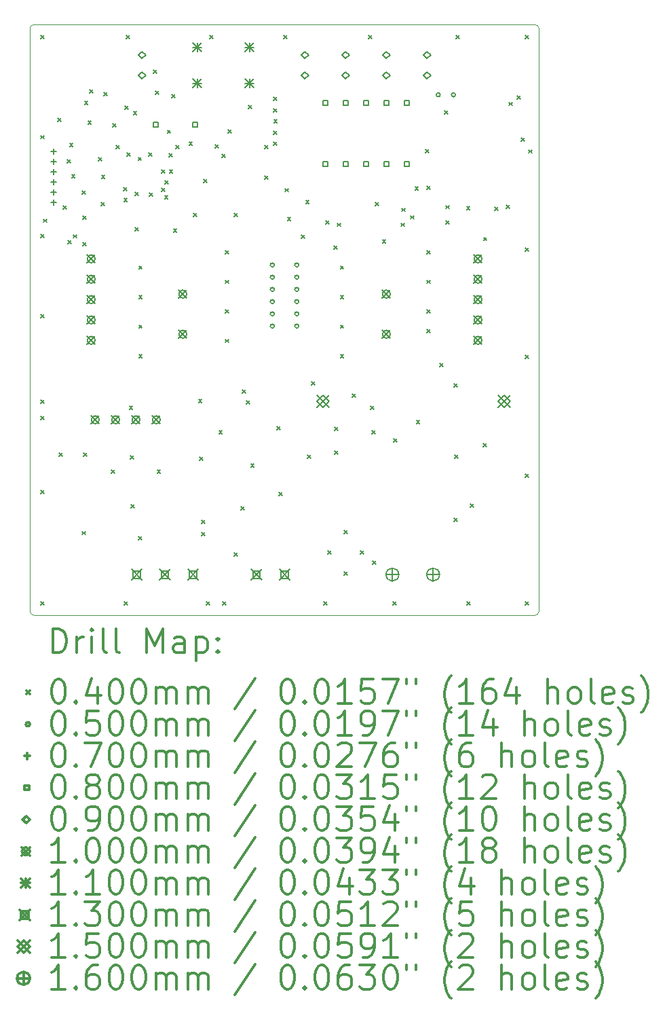
<source format=gbr>
%FSLAX45Y45*%
G04 Gerber Fmt 4.5, Leading zero omitted, Abs format (unit mm)*
G04 Created by KiCad (PCBNEW 5.1.12-84ad8e8a86~92~ubuntu16.04.1) date 2022-12-06 17:37:36*
%MOMM*%
%LPD*%
G01*
G04 APERTURE LIST*
%TA.AperFunction,Profile*%
%ADD10C,0.050000*%
%TD*%
%ADD11C,0.200000*%
%ADD12C,0.300000*%
G04 APERTURE END LIST*
D10*
X19050000Y-5384800D02*
X19050000Y-12649200D01*
X18999200Y-12700000D02*
X12750800Y-12700000D01*
X12700000Y-12649200D02*
X12700000Y-5384800D01*
X12750800Y-5334000D02*
X18999200Y-5334000D01*
X12700000Y-5384800D02*
G75*
G02*
X12750800Y-5334000I50800J0D01*
G01*
X18999200Y-5334000D02*
G75*
G02*
X19050000Y-5384800I0J-50800D01*
G01*
X19050000Y-12649200D02*
G75*
G02*
X18999200Y-12700000I-50800J0D01*
G01*
X12750800Y-12700000D02*
G75*
G02*
X12700000Y-12649200I0J50800D01*
G01*
D11*
X12832400Y-5466400D02*
X12872400Y-5506400D01*
X12872400Y-5466400D02*
X12832400Y-5506400D01*
X12832400Y-6717350D02*
X12872400Y-6757350D01*
X12872400Y-6717350D02*
X12832400Y-6757350D01*
X12832400Y-7949250D02*
X12872400Y-7989250D01*
X12872400Y-7949250D02*
X12832400Y-7989250D01*
X12832400Y-8946200D02*
X12872400Y-8986200D01*
X12872400Y-8946200D02*
X12832400Y-8986200D01*
X12832400Y-10013000D02*
X12872400Y-10053000D01*
X12872400Y-10013000D02*
X12832400Y-10053000D01*
X12832400Y-10216200D02*
X12872400Y-10256200D01*
X12872400Y-10216200D02*
X12832400Y-10256200D01*
X12832400Y-11143300D02*
X12872400Y-11183300D01*
X12872400Y-11143300D02*
X12832400Y-11183300D01*
X12832400Y-12527600D02*
X12872400Y-12567600D01*
X12872400Y-12527600D02*
X12832400Y-12567600D01*
X12868764Y-7760486D02*
X12908764Y-7800486D01*
X12908764Y-7760486D02*
X12868764Y-7800486D01*
X13048300Y-6501450D02*
X13088300Y-6541450D01*
X13088300Y-6501450D02*
X13048300Y-6541450D01*
X13061000Y-10673400D02*
X13101000Y-10713400D01*
X13101000Y-10673400D02*
X13061000Y-10713400D01*
X13111800Y-7593650D02*
X13151800Y-7633650D01*
X13151800Y-7593650D02*
X13111800Y-7633650D01*
X13162600Y-7015800D02*
X13202600Y-7055800D01*
X13202600Y-7015800D02*
X13162600Y-7055800D01*
X13171995Y-8025910D02*
X13211995Y-8065910D01*
X13211995Y-8025910D02*
X13171995Y-8065910D01*
X13194350Y-6812600D02*
X13234350Y-6852600D01*
X13234350Y-6812600D02*
X13194350Y-6852600D01*
X13219750Y-7206300D02*
X13259750Y-7246300D01*
X13259750Y-7206300D02*
X13219750Y-7246300D01*
X13241402Y-7953919D02*
X13281402Y-7993919D01*
X13281402Y-7953919D02*
X13241402Y-7993919D01*
X13353100Y-7409500D02*
X13393100Y-7449500D01*
X13393100Y-7409500D02*
X13353100Y-7449500D01*
X13353100Y-11653840D02*
X13393100Y-11693840D01*
X13393100Y-11653840D02*
X13353100Y-11693840D01*
X13356996Y-8048802D02*
X13396996Y-8088802D01*
X13396996Y-8048802D02*
X13356996Y-8088802D01*
X13359450Y-7720650D02*
X13399450Y-7760650D01*
X13399450Y-7720650D02*
X13359450Y-7760650D01*
X13365800Y-10673400D02*
X13405800Y-10713400D01*
X13405800Y-10673400D02*
X13365800Y-10713400D01*
X13381040Y-6291900D02*
X13421040Y-6331900D01*
X13421040Y-6291900D02*
X13381040Y-6331900D01*
X13422950Y-6533200D02*
X13462950Y-6573200D01*
X13462950Y-6533200D02*
X13422950Y-6573200D01*
X13442000Y-6145850D02*
X13482000Y-6185850D01*
X13482000Y-6145850D02*
X13442000Y-6185850D01*
X13556300Y-6992601D02*
X13596300Y-7032601D01*
X13596300Y-6992601D02*
X13556300Y-7032601D01*
X13588050Y-7549200D02*
X13628050Y-7589200D01*
X13628050Y-7549200D02*
X13588050Y-7589200D01*
X13590796Y-7214041D02*
X13630796Y-7254041D01*
X13630796Y-7214041D02*
X13590796Y-7254041D01*
X13619800Y-6177600D02*
X13659800Y-6217600D01*
X13659800Y-6177600D02*
X13619800Y-6217600D01*
X13716320Y-10889300D02*
X13756320Y-10929300D01*
X13756320Y-10889300D02*
X13716320Y-10929300D01*
X13734100Y-6571300D02*
X13774100Y-6611300D01*
X13774100Y-6571300D02*
X13734100Y-6611300D01*
X13772200Y-6838000D02*
X13812200Y-6878000D01*
X13812200Y-6838000D02*
X13772200Y-6878000D01*
X13866045Y-7363808D02*
X13906045Y-7403808D01*
X13906045Y-7363808D02*
X13866045Y-7403808D01*
X13871272Y-7503808D02*
X13911272Y-7543808D01*
X13911272Y-7503808D02*
X13871272Y-7543808D01*
X13873800Y-12527600D02*
X13913800Y-12567600D01*
X13913800Y-12527600D02*
X13873800Y-12567600D01*
X13886500Y-6349050D02*
X13926500Y-6389050D01*
X13926500Y-6349050D02*
X13886500Y-6389050D01*
X13899200Y-5466400D02*
X13939200Y-5506400D01*
X13939200Y-5466400D02*
X13899200Y-5506400D01*
X13906917Y-6933677D02*
X13946917Y-6973677D01*
X13946917Y-6933677D02*
X13906917Y-6973677D01*
X13939210Y-10089200D02*
X13979210Y-10129200D01*
X13979210Y-10089200D02*
X13939210Y-10129200D01*
X13950000Y-10711500D02*
X13990000Y-10751500D01*
X13990000Y-10711500D02*
X13950000Y-10751500D01*
X13962700Y-11321100D02*
X14002700Y-11361100D01*
X14002700Y-11321100D02*
X13962700Y-11361100D01*
X13988950Y-6418900D02*
X14028950Y-6458900D01*
X14028950Y-6418900D02*
X13988950Y-6458900D01*
X14008200Y-7423999D02*
X14048200Y-7463999D01*
X14048200Y-7423999D02*
X14008200Y-7463999D01*
X14013500Y-7866700D02*
X14053500Y-7906700D01*
X14053500Y-7866700D02*
X14013500Y-7906700D01*
X14048623Y-6990085D02*
X14088623Y-7030085D01*
X14088623Y-6990085D02*
X14048623Y-7030085D01*
X14051600Y-11714800D02*
X14091600Y-11754800D01*
X14091600Y-11714800D02*
X14051600Y-11754800D01*
X14057950Y-8342950D02*
X14097950Y-8382950D01*
X14097950Y-8342950D02*
X14057950Y-8382950D01*
X14057950Y-8711250D02*
X14097950Y-8751250D01*
X14097950Y-8711250D02*
X14057950Y-8751250D01*
X14057950Y-9079550D02*
X14097950Y-9119550D01*
X14097950Y-9079550D02*
X14057950Y-9119550D01*
X14057950Y-9447850D02*
X14097950Y-9487850D01*
X14097950Y-9447850D02*
X14057950Y-9487850D01*
X14181140Y-6934000D02*
X14221140Y-6974000D01*
X14221140Y-6934000D02*
X14181140Y-6974000D01*
X14188201Y-7432743D02*
X14228201Y-7472743D01*
X14228201Y-7432743D02*
X14188201Y-7472743D01*
X14242100Y-5898200D02*
X14282100Y-5938200D01*
X14282100Y-5898200D02*
X14242100Y-5938200D01*
X14267500Y-6164900D02*
X14307500Y-6204900D01*
X14307500Y-6164900D02*
X14267500Y-6204900D01*
X14286550Y-10889300D02*
X14326550Y-10929300D01*
X14326550Y-10889300D02*
X14286550Y-10929300D01*
X14338453Y-7143309D02*
X14378453Y-7183309D01*
X14378453Y-7143309D02*
X14338453Y-7183309D01*
X14342123Y-7374500D02*
X14382123Y-7414500D01*
X14382123Y-7374500D02*
X14342123Y-7414500D01*
X14380280Y-7466934D02*
X14420280Y-7506934D01*
X14420280Y-7466934D02*
X14380280Y-7506934D01*
X14382234Y-7282897D02*
X14422234Y-7322897D01*
X14422234Y-7282897D02*
X14382234Y-7322897D01*
X14412539Y-6650666D02*
X14452539Y-6690666D01*
X14452539Y-6650666D02*
X14412539Y-6690666D01*
X14432600Y-6939600D02*
X14472600Y-6979600D01*
X14472600Y-6939600D02*
X14432600Y-6979600D01*
X14438398Y-7146633D02*
X14478398Y-7186633D01*
X14478398Y-7146633D02*
X14438398Y-7186633D01*
X14470700Y-6203000D02*
X14510700Y-6243000D01*
X14510700Y-6203000D02*
X14470700Y-6243000D01*
X14490208Y-7883267D02*
X14530208Y-7923267D01*
X14530208Y-7883267D02*
X14490208Y-7923267D01*
X14521500Y-6838000D02*
X14561500Y-6878000D01*
X14561500Y-6838000D02*
X14521500Y-6878000D01*
X14683727Y-6799900D02*
X14723727Y-6839900D01*
X14723727Y-6799900D02*
X14683727Y-6839900D01*
X14737400Y-7687442D02*
X14777400Y-7727442D01*
X14777400Y-7687442D02*
X14737400Y-7727442D01*
X14803578Y-10006146D02*
X14843578Y-10046146D01*
X14843578Y-10006146D02*
X14803578Y-10046146D01*
X14813600Y-10724200D02*
X14853600Y-10764200D01*
X14853600Y-10724200D02*
X14813600Y-10764200D01*
X14839000Y-11511600D02*
X14879000Y-11551600D01*
X14879000Y-11511600D02*
X14839000Y-11551600D01*
X14839000Y-11664000D02*
X14879000Y-11704000D01*
X14879000Y-11664000D02*
X14839000Y-11704000D01*
X14864400Y-7264720D02*
X14904400Y-7304720D01*
X14904400Y-7264720D02*
X14864400Y-7304720D01*
X14902500Y-12527600D02*
X14942500Y-12567600D01*
X14942500Y-12527600D02*
X14902500Y-12567600D01*
X14940600Y-5466400D02*
X14980600Y-5506400D01*
X14980600Y-5466400D02*
X14940600Y-5506400D01*
X15012500Y-6831650D02*
X15052500Y-6871650D01*
X15052500Y-6831650D02*
X15012500Y-6871650D01*
X15057440Y-10399080D02*
X15097440Y-10439080D01*
X15097440Y-10399080D02*
X15057440Y-10439080D01*
X15093000Y-6948600D02*
X15133000Y-6988600D01*
X15133000Y-6948600D02*
X15093000Y-6988600D01*
X15105700Y-12527600D02*
X15145700Y-12567600D01*
X15145700Y-12527600D02*
X15105700Y-12567600D01*
X15137450Y-8152450D02*
X15177450Y-8192450D01*
X15177450Y-8152450D02*
X15137450Y-8192450D01*
X15137450Y-8520750D02*
X15177450Y-8560750D01*
X15177450Y-8520750D02*
X15137450Y-8560750D01*
X15137450Y-8889050D02*
X15177450Y-8929050D01*
X15177450Y-8889050D02*
X15137450Y-8929050D01*
X15137450Y-9257350D02*
X15177450Y-9297350D01*
X15177450Y-9257350D02*
X15137450Y-9297350D01*
X15169200Y-6647500D02*
X15209200Y-6687500D01*
X15209200Y-6647500D02*
X15169200Y-6687500D01*
X15245400Y-7687442D02*
X15285400Y-7727442D01*
X15285400Y-7687442D02*
X15245400Y-7727442D01*
X15245400Y-11918000D02*
X15285400Y-11958000D01*
X15285400Y-11918000D02*
X15245400Y-11958000D01*
X15334300Y-11346500D02*
X15374300Y-11386500D01*
X15374300Y-11346500D02*
X15334300Y-11386500D01*
X15347000Y-9886000D02*
X15387000Y-9926000D01*
X15387000Y-9886000D02*
X15347000Y-9926000D01*
X15397800Y-10025700D02*
X15437800Y-10065700D01*
X15437800Y-10025700D02*
X15397800Y-10065700D01*
X15423200Y-6342700D02*
X15463200Y-6382700D01*
X15463200Y-6342700D02*
X15423200Y-6382700D01*
X15454950Y-10813100D02*
X15494950Y-10853100D01*
X15494950Y-10813100D02*
X15454950Y-10853100D01*
X15626400Y-6838000D02*
X15666400Y-6878000D01*
X15666400Y-6838000D02*
X15626400Y-6878000D01*
X15626400Y-7219000D02*
X15666400Y-7259000D01*
X15666400Y-7219000D02*
X15626400Y-7259000D01*
X15740700Y-6241100D02*
X15780700Y-6281100D01*
X15780700Y-6241100D02*
X15740700Y-6281100D01*
X15740700Y-6381100D02*
X15780700Y-6421100D01*
X15780700Y-6381100D02*
X15740700Y-6421100D01*
X15740700Y-6661100D02*
X15780700Y-6701100D01*
X15780700Y-6661100D02*
X15740700Y-6701100D01*
X15740700Y-6801100D02*
X15780700Y-6841100D01*
X15780700Y-6801100D02*
X15740700Y-6841100D01*
X15742786Y-6521100D02*
X15782786Y-6561100D01*
X15782786Y-6521100D02*
X15742786Y-6561100D01*
X15778800Y-10343200D02*
X15818800Y-10383200D01*
X15818800Y-10343200D02*
X15778800Y-10383200D01*
X15804200Y-11168700D02*
X15844200Y-11208700D01*
X15844200Y-11168700D02*
X15804200Y-11208700D01*
X15867700Y-5466400D02*
X15907700Y-5506400D01*
X15907700Y-5466400D02*
X15867700Y-5506400D01*
X15880747Y-7377438D02*
X15920747Y-7417438D01*
X15920747Y-7377438D02*
X15880747Y-7417438D01*
X15912150Y-7739700D02*
X15952150Y-7779700D01*
X15952150Y-7739700D02*
X15912150Y-7779700D01*
X16083600Y-7955600D02*
X16123600Y-7995600D01*
X16123600Y-7955600D02*
X16083600Y-7995600D01*
X16140750Y-7523800D02*
X16180750Y-7563800D01*
X16180750Y-7523800D02*
X16140750Y-7563800D01*
X16159800Y-10698800D02*
X16199800Y-10738800D01*
X16199800Y-10698800D02*
X16159800Y-10738800D01*
X16210600Y-9784400D02*
X16250600Y-9824400D01*
X16250600Y-9784400D02*
X16210600Y-9824400D01*
X16363000Y-12527600D02*
X16403000Y-12567600D01*
X16403000Y-12527600D02*
X16363000Y-12567600D01*
X16388400Y-7777800D02*
X16428400Y-7817800D01*
X16428400Y-7777800D02*
X16388400Y-7817800D01*
X16413800Y-11892600D02*
X16453800Y-11932600D01*
X16453800Y-11892600D02*
X16413800Y-11932600D01*
X16490000Y-8095300D02*
X16530000Y-8135300D01*
X16530000Y-8095300D02*
X16490000Y-8135300D01*
X16502700Y-10355900D02*
X16542700Y-10395900D01*
X16542700Y-10355900D02*
X16502700Y-10395900D01*
X16502700Y-10648000D02*
X16542700Y-10688000D01*
X16542700Y-10648000D02*
X16502700Y-10688000D01*
X16534450Y-7809550D02*
X16574450Y-7849550D01*
X16574450Y-7809550D02*
X16534450Y-7849550D01*
X16572550Y-8342950D02*
X16612550Y-8382950D01*
X16612550Y-8342950D02*
X16572550Y-8382950D01*
X16572550Y-8711250D02*
X16612550Y-8751250D01*
X16612550Y-8711250D02*
X16572550Y-8751250D01*
X16572550Y-9079550D02*
X16612550Y-9119550D01*
X16612550Y-9079550D02*
X16572550Y-9119550D01*
X16572550Y-9447850D02*
X16612550Y-9487850D01*
X16612550Y-9447850D02*
X16572550Y-9487850D01*
X16617000Y-11638600D02*
X16657000Y-11678600D01*
X16657000Y-11638600D02*
X16617000Y-11678600D01*
X16617000Y-12159300D02*
X16657000Y-12199300D01*
X16657000Y-12159300D02*
X16617000Y-12199300D01*
X16718600Y-9936800D02*
X16758600Y-9976800D01*
X16758600Y-9936800D02*
X16718600Y-9976800D01*
X16820200Y-11892600D02*
X16860200Y-11932600D01*
X16860200Y-11892600D02*
X16820200Y-11932600D01*
X16921800Y-5466400D02*
X16961800Y-5506400D01*
X16961800Y-5466400D02*
X16921800Y-5506400D01*
X16947200Y-10089200D02*
X16987200Y-10129200D01*
X16987200Y-10089200D02*
X16947200Y-10129200D01*
X16967520Y-10399080D02*
X17007520Y-10439080D01*
X17007520Y-10399080D02*
X16967520Y-10439080D01*
X16972600Y-12019600D02*
X17012600Y-12059600D01*
X17012600Y-12019600D02*
X16972600Y-12059600D01*
X17010700Y-7549200D02*
X17050700Y-7589200D01*
X17050700Y-7549200D02*
X17010700Y-7589200D01*
X17097663Y-8014687D02*
X17137663Y-8054687D01*
X17137663Y-8014687D02*
X17097663Y-8054687D01*
X17226600Y-12527600D02*
X17266600Y-12567600D01*
X17266600Y-12527600D02*
X17226600Y-12567600D01*
X17239300Y-10495600D02*
X17279300Y-10535600D01*
X17279300Y-10495600D02*
X17239300Y-10535600D01*
X17328200Y-7809550D02*
X17368200Y-7849550D01*
X17368200Y-7809550D02*
X17328200Y-7849550D01*
X17340900Y-7624549D02*
X17380900Y-7664549D01*
X17380900Y-7624549D02*
X17340900Y-7664549D01*
X17445509Y-7717028D02*
X17485509Y-7757028D01*
X17485509Y-7717028D02*
X17445509Y-7757028D01*
X17503460Y-7356160D02*
X17543460Y-7396160D01*
X17543460Y-7356160D02*
X17503460Y-7396160D01*
X17520838Y-10269138D02*
X17560838Y-10309138D01*
X17560838Y-10269138D02*
X17520838Y-10309138D01*
X17633000Y-6888800D02*
X17673000Y-6928800D01*
X17673000Y-6888800D02*
X17633000Y-6928800D01*
X17652050Y-8152450D02*
X17692050Y-8192450D01*
X17692050Y-8152450D02*
X17652050Y-8192450D01*
X17652050Y-8520750D02*
X17692050Y-8560750D01*
X17692050Y-8520750D02*
X17652050Y-8560750D01*
X17652050Y-8889050D02*
X17692050Y-8929050D01*
X17692050Y-8889050D02*
X17652050Y-8929050D01*
X17652050Y-9136700D02*
X17692050Y-9176700D01*
X17692050Y-9136700D02*
X17652050Y-9176700D01*
X17653320Y-7351080D02*
X17693320Y-7391080D01*
X17693320Y-7351080D02*
X17653320Y-7391080D01*
X17810800Y-9555800D02*
X17850800Y-9595800D01*
X17850800Y-9555800D02*
X17810800Y-9595800D01*
X17874300Y-6406200D02*
X17914300Y-6446200D01*
X17914300Y-6406200D02*
X17874300Y-6446200D01*
X17887000Y-7777800D02*
X17927000Y-7817800D01*
X17927000Y-7777800D02*
X17887000Y-7817800D01*
X17889540Y-7589840D02*
X17929540Y-7629840D01*
X17929540Y-7589840D02*
X17889540Y-7629840D01*
X17988600Y-9809800D02*
X18028600Y-9849800D01*
X18028600Y-9809800D02*
X17988600Y-9849800D01*
X17988600Y-11486200D02*
X18028600Y-11526200D01*
X18028600Y-11486200D02*
X17988600Y-11526200D01*
X18001300Y-10698800D02*
X18041300Y-10738800D01*
X18041300Y-10698800D02*
X18001300Y-10738800D01*
X18014000Y-5466400D02*
X18054000Y-5506400D01*
X18054000Y-5466400D02*
X18014000Y-5506400D01*
X18147350Y-7604000D02*
X18187350Y-7644000D01*
X18187350Y-7604000D02*
X18147350Y-7644000D01*
X18153700Y-12527600D02*
X18193700Y-12567600D01*
X18193700Y-12527600D02*
X18153700Y-12567600D01*
X18191800Y-11308400D02*
X18231800Y-11348400D01*
X18231800Y-11308400D02*
X18191800Y-11348400D01*
X18356900Y-10559100D02*
X18396900Y-10599100D01*
X18396900Y-10559100D02*
X18356900Y-10599100D01*
X18358001Y-7989000D02*
X18398001Y-8029000D01*
X18398001Y-7989000D02*
X18358001Y-8029000D01*
X18499140Y-7612700D02*
X18539140Y-7652700D01*
X18539140Y-7612700D02*
X18499140Y-7652700D01*
X18639140Y-7587300D02*
X18679140Y-7627300D01*
X18679140Y-7587300D02*
X18639140Y-7627300D01*
X18674400Y-6303999D02*
X18714400Y-6343999D01*
X18714400Y-6303999D02*
X18674400Y-6343999D01*
X18776000Y-6223320D02*
X18816000Y-6263320D01*
X18816000Y-6223320D02*
X18776000Y-6263320D01*
X18830356Y-6749608D02*
X18870356Y-6789608D01*
X18870356Y-6749608D02*
X18830356Y-6789608D01*
X18877600Y-5466400D02*
X18917600Y-5506400D01*
X18917600Y-5466400D02*
X18877600Y-5506400D01*
X18877600Y-8120700D02*
X18917600Y-8160700D01*
X18917600Y-8120700D02*
X18877600Y-8160700D01*
X18877600Y-9454200D02*
X18917600Y-9494200D01*
X18917600Y-9454200D02*
X18877600Y-9494200D01*
X18877600Y-10940100D02*
X18917600Y-10980100D01*
X18917600Y-10940100D02*
X18877600Y-10980100D01*
X18877600Y-12527600D02*
X18917600Y-12567600D01*
X18917600Y-12527600D02*
X18877600Y-12567600D01*
X18922050Y-6895150D02*
X18962050Y-6935150D01*
X18962050Y-6895150D02*
X18922050Y-6935150D01*
X15747600Y-8331200D02*
G75*
G03*
X15747600Y-8331200I-25000J0D01*
G01*
X15747600Y-8483600D02*
G75*
G03*
X15747600Y-8483600I-25000J0D01*
G01*
X15747600Y-8636000D02*
G75*
G03*
X15747600Y-8636000I-25000J0D01*
G01*
X15747600Y-8788400D02*
G75*
G03*
X15747600Y-8788400I-25000J0D01*
G01*
X15747600Y-8940800D02*
G75*
G03*
X15747600Y-8940800I-25000J0D01*
G01*
X15747600Y-9093200D02*
G75*
G03*
X15747600Y-9093200I-25000J0D01*
G01*
X16052400Y-8331200D02*
G75*
G03*
X16052400Y-8331200I-25000J0D01*
G01*
X16052400Y-8483600D02*
G75*
G03*
X16052400Y-8483600I-25000J0D01*
G01*
X16052400Y-8636000D02*
G75*
G03*
X16052400Y-8636000I-25000J0D01*
G01*
X16052400Y-8788400D02*
G75*
G03*
X16052400Y-8788400I-25000J0D01*
G01*
X16052400Y-8940800D02*
G75*
G03*
X16052400Y-8940800I-25000J0D01*
G01*
X16052400Y-9093200D02*
G75*
G03*
X16052400Y-9093200I-25000J0D01*
G01*
X17818200Y-6210300D02*
G75*
G03*
X17818200Y-6210300I-25000J0D01*
G01*
X18008200Y-6210300D02*
G75*
G03*
X18008200Y-6210300I-25000J0D01*
G01*
X12992100Y-6880150D02*
X12992100Y-6950150D01*
X12957100Y-6915150D02*
X13027100Y-6915150D01*
X12992100Y-7007150D02*
X12992100Y-7077150D01*
X12957100Y-7042150D02*
X13027100Y-7042150D01*
X12992100Y-7134150D02*
X12992100Y-7204150D01*
X12957100Y-7169150D02*
X13027100Y-7169150D01*
X12992100Y-7261150D02*
X12992100Y-7331150D01*
X12957100Y-7296150D02*
X13027100Y-7296150D01*
X12992100Y-7388150D02*
X12992100Y-7458150D01*
X12957100Y-7423150D02*
X13027100Y-7423150D01*
X12992100Y-7515150D02*
X12992100Y-7585150D01*
X12957100Y-7550150D02*
X13027100Y-7550150D01*
X14297684Y-6606884D02*
X14297684Y-6550315D01*
X14241115Y-6550315D01*
X14241115Y-6606884D01*
X14297684Y-6606884D01*
X14785684Y-6606884D02*
X14785684Y-6550315D01*
X14729115Y-6550315D01*
X14729115Y-6606884D01*
X14785684Y-6606884D01*
X16411284Y-6340184D02*
X16411284Y-6283615D01*
X16354715Y-6283615D01*
X16354715Y-6340184D01*
X16411284Y-6340184D01*
X16411284Y-7102184D02*
X16411284Y-7045615D01*
X16354715Y-7045615D01*
X16354715Y-7102184D01*
X16411284Y-7102184D01*
X16665284Y-6340184D02*
X16665284Y-6283615D01*
X16608715Y-6283615D01*
X16608715Y-6340184D01*
X16665284Y-6340184D01*
X16665284Y-7102184D02*
X16665284Y-7045615D01*
X16608715Y-7045615D01*
X16608715Y-7102184D01*
X16665284Y-7102184D01*
X16919285Y-6340184D02*
X16919285Y-6283615D01*
X16862716Y-6283615D01*
X16862716Y-6340184D01*
X16919285Y-6340184D01*
X16919285Y-7102184D02*
X16919285Y-7045615D01*
X16862716Y-7045615D01*
X16862716Y-7102184D01*
X16919285Y-7102184D01*
X17173285Y-6340184D02*
X17173285Y-6283615D01*
X17116716Y-6283615D01*
X17116716Y-6340184D01*
X17173285Y-6340184D01*
X17173285Y-7102184D02*
X17173285Y-7045615D01*
X17116716Y-7045615D01*
X17116716Y-7102184D01*
X17173285Y-7102184D01*
X17427285Y-6340184D02*
X17427285Y-6283615D01*
X17370716Y-6283615D01*
X17370716Y-6340184D01*
X17427285Y-6340184D01*
X17427285Y-7102184D02*
X17427285Y-7045615D01*
X17370716Y-7045615D01*
X17370716Y-7102184D01*
X17427285Y-7102184D01*
X14097000Y-5760000D02*
X14142000Y-5715000D01*
X14097000Y-5670000D01*
X14052000Y-5715000D01*
X14097000Y-5760000D01*
X14097000Y-6014000D02*
X14142000Y-5969000D01*
X14097000Y-5924000D01*
X14052000Y-5969000D01*
X14097000Y-6014000D01*
X16129000Y-5760000D02*
X16174000Y-5715000D01*
X16129000Y-5670000D01*
X16084000Y-5715000D01*
X16129000Y-5760000D01*
X16129000Y-6014000D02*
X16174000Y-5969000D01*
X16129000Y-5924000D01*
X16084000Y-5969000D01*
X16129000Y-6014000D01*
X16637000Y-5760000D02*
X16682000Y-5715000D01*
X16637000Y-5670000D01*
X16592000Y-5715000D01*
X16637000Y-5760000D01*
X16637000Y-6014000D02*
X16682000Y-5969000D01*
X16637000Y-5924000D01*
X16592000Y-5969000D01*
X16637000Y-6014000D01*
X17145000Y-5760000D02*
X17190000Y-5715000D01*
X17145000Y-5670000D01*
X17100000Y-5715000D01*
X17145000Y-5760000D01*
X17145000Y-6014000D02*
X17190000Y-5969000D01*
X17145000Y-5924000D01*
X17100000Y-5969000D01*
X17145000Y-6014000D01*
X17653000Y-5760000D02*
X17698000Y-5715000D01*
X17653000Y-5670000D01*
X17608000Y-5715000D01*
X17653000Y-5760000D01*
X17653000Y-6014000D02*
X17698000Y-5969000D01*
X17653000Y-5924000D01*
X17608000Y-5969000D01*
X17653000Y-6014000D01*
X13412000Y-8205000D02*
X13512000Y-8305000D01*
X13512000Y-8205000D02*
X13412000Y-8305000D01*
X13512000Y-8255000D02*
G75*
G03*
X13512000Y-8255000I-50000J0D01*
G01*
X13412000Y-8459000D02*
X13512000Y-8559000D01*
X13512000Y-8459000D02*
X13412000Y-8559000D01*
X13512000Y-8509000D02*
G75*
G03*
X13512000Y-8509000I-50000J0D01*
G01*
X13412000Y-8713000D02*
X13512000Y-8813000D01*
X13512000Y-8713000D02*
X13412000Y-8813000D01*
X13512000Y-8763000D02*
G75*
G03*
X13512000Y-8763000I-50000J0D01*
G01*
X13412000Y-8967000D02*
X13512000Y-9067000D01*
X13512000Y-8967000D02*
X13412000Y-9067000D01*
X13512000Y-9017000D02*
G75*
G03*
X13512000Y-9017000I-50000J0D01*
G01*
X13412000Y-9221000D02*
X13512000Y-9321000D01*
X13512000Y-9221000D02*
X13412000Y-9321000D01*
X13512000Y-9271000D02*
G75*
G03*
X13512000Y-9271000I-50000J0D01*
G01*
X13462800Y-10211600D02*
X13562800Y-10311600D01*
X13562800Y-10211600D02*
X13462800Y-10311600D01*
X13562800Y-10261600D02*
G75*
G03*
X13562800Y-10261600I-50000J0D01*
G01*
X13716800Y-10211600D02*
X13816800Y-10311600D01*
X13816800Y-10211600D02*
X13716800Y-10311600D01*
X13816800Y-10261600D02*
G75*
G03*
X13816800Y-10261600I-50000J0D01*
G01*
X13970800Y-10211600D02*
X14070800Y-10311600D01*
X14070800Y-10211600D02*
X13970800Y-10311600D01*
X14070800Y-10261600D02*
G75*
G03*
X14070800Y-10261600I-50000J0D01*
G01*
X14224800Y-10211600D02*
X14324800Y-10311600D01*
X14324800Y-10211600D02*
X14224800Y-10311600D01*
X14324800Y-10261600D02*
G75*
G03*
X14324800Y-10261600I-50000J0D01*
G01*
X14555000Y-8644800D02*
X14655000Y-8744800D01*
X14655000Y-8644800D02*
X14555000Y-8744800D01*
X14655000Y-8694800D02*
G75*
G03*
X14655000Y-8694800I-50000J0D01*
G01*
X14555000Y-9144800D02*
X14655000Y-9244800D01*
X14655000Y-9144800D02*
X14555000Y-9244800D01*
X14655000Y-9194800D02*
G75*
G03*
X14655000Y-9194800I-50000J0D01*
G01*
X17095000Y-8644800D02*
X17195000Y-8744800D01*
X17195000Y-8644800D02*
X17095000Y-8744800D01*
X17195000Y-8694800D02*
G75*
G03*
X17195000Y-8694800I-50000J0D01*
G01*
X17095000Y-9144800D02*
X17195000Y-9244800D01*
X17195000Y-9144800D02*
X17095000Y-9244800D01*
X17195000Y-9194800D02*
G75*
G03*
X17195000Y-9194800I-50000J0D01*
G01*
X18238000Y-8205000D02*
X18338000Y-8305000D01*
X18338000Y-8205000D02*
X18238000Y-8305000D01*
X18338000Y-8255000D02*
G75*
G03*
X18338000Y-8255000I-50000J0D01*
G01*
X18238000Y-8459000D02*
X18338000Y-8559000D01*
X18338000Y-8459000D02*
X18238000Y-8559000D01*
X18338000Y-8509000D02*
G75*
G03*
X18338000Y-8509000I-50000J0D01*
G01*
X18238000Y-8713000D02*
X18338000Y-8813000D01*
X18338000Y-8713000D02*
X18238000Y-8813000D01*
X18338000Y-8763000D02*
G75*
G03*
X18338000Y-8763000I-50000J0D01*
G01*
X18238000Y-8967000D02*
X18338000Y-9067000D01*
X18338000Y-8967000D02*
X18238000Y-9067000D01*
X18338000Y-9017000D02*
G75*
G03*
X18338000Y-9017000I-50000J0D01*
G01*
X18238000Y-9221000D02*
X18338000Y-9321000D01*
X18338000Y-9221000D02*
X18238000Y-9321000D01*
X18338000Y-9271000D02*
G75*
G03*
X18338000Y-9271000I-50000J0D01*
G01*
X14733000Y-5562000D02*
X14843000Y-5672000D01*
X14843000Y-5562000D02*
X14733000Y-5672000D01*
X14788000Y-5562000D02*
X14788000Y-5672000D01*
X14733000Y-5617000D02*
X14843000Y-5617000D01*
X14733000Y-6012000D02*
X14843000Y-6122000D01*
X14843000Y-6012000D02*
X14733000Y-6122000D01*
X14788000Y-6012000D02*
X14788000Y-6122000D01*
X14733000Y-6067000D02*
X14843000Y-6067000D01*
X15383000Y-5562000D02*
X15493000Y-5672000D01*
X15493000Y-5562000D02*
X15383000Y-5672000D01*
X15438000Y-5562000D02*
X15438000Y-5672000D01*
X15383000Y-5617000D02*
X15493000Y-5617000D01*
X15383000Y-6012000D02*
X15493000Y-6122000D01*
X15493000Y-6012000D02*
X15383000Y-6122000D01*
X15438000Y-6012000D02*
X15438000Y-6122000D01*
X15383000Y-6067000D02*
X15493000Y-6067000D01*
X13967000Y-12127000D02*
X14097000Y-12257000D01*
X14097000Y-12127000D02*
X13967000Y-12257000D01*
X14077962Y-12237962D02*
X14077962Y-12146038D01*
X13986038Y-12146038D01*
X13986038Y-12237962D01*
X14077962Y-12237962D01*
X14317000Y-12127000D02*
X14447000Y-12257000D01*
X14447000Y-12127000D02*
X14317000Y-12257000D01*
X14427962Y-12237962D02*
X14427962Y-12146038D01*
X14336038Y-12146038D01*
X14336038Y-12237962D01*
X14427962Y-12237962D01*
X14667000Y-12127000D02*
X14797000Y-12257000D01*
X14797000Y-12127000D02*
X14667000Y-12257000D01*
X14777962Y-12237962D02*
X14777962Y-12146038D01*
X14686038Y-12146038D01*
X14686038Y-12237962D01*
X14777962Y-12237962D01*
X15460000Y-12127000D02*
X15590000Y-12257000D01*
X15590000Y-12127000D02*
X15460000Y-12257000D01*
X15570962Y-12237962D02*
X15570962Y-12146038D01*
X15479038Y-12146038D01*
X15479038Y-12237962D01*
X15570962Y-12237962D01*
X15810000Y-12127000D02*
X15940000Y-12257000D01*
X15940000Y-12127000D02*
X15810000Y-12257000D01*
X15920962Y-12237962D02*
X15920962Y-12146038D01*
X15829038Y-12146038D01*
X15829038Y-12237962D01*
X15920962Y-12237962D01*
X16282600Y-9958000D02*
X16432600Y-10108000D01*
X16432600Y-9958000D02*
X16282600Y-10108000D01*
X16357600Y-10108000D02*
X16432600Y-10033000D01*
X16357600Y-9958000D01*
X16282600Y-10033000D01*
X16357600Y-10108000D01*
X18542600Y-9958000D02*
X18692600Y-10108000D01*
X18692600Y-9958000D02*
X18542600Y-10108000D01*
X18617600Y-10108000D02*
X18692600Y-10033000D01*
X18617600Y-9958000D01*
X18542600Y-10033000D01*
X18617600Y-10108000D01*
X17221200Y-12112000D02*
X17221200Y-12272000D01*
X17141200Y-12192000D02*
X17301200Y-12192000D01*
X17301200Y-12192000D02*
G75*
G03*
X17301200Y-12192000I-80000J0D01*
G01*
X17729200Y-12112000D02*
X17729200Y-12272000D01*
X17649200Y-12192000D02*
X17809200Y-12192000D01*
X17809200Y-12192000D02*
G75*
G03*
X17809200Y-12192000I-80000J0D01*
G01*
D12*
X12983928Y-13168214D02*
X12983928Y-12868214D01*
X13055357Y-12868214D01*
X13098214Y-12882500D01*
X13126786Y-12911071D01*
X13141071Y-12939643D01*
X13155357Y-12996786D01*
X13155357Y-13039643D01*
X13141071Y-13096786D01*
X13126786Y-13125357D01*
X13098214Y-13153929D01*
X13055357Y-13168214D01*
X12983928Y-13168214D01*
X13283928Y-13168214D02*
X13283928Y-12968214D01*
X13283928Y-13025357D02*
X13298214Y-12996786D01*
X13312500Y-12982500D01*
X13341071Y-12968214D01*
X13369643Y-12968214D01*
X13469643Y-13168214D02*
X13469643Y-12968214D01*
X13469643Y-12868214D02*
X13455357Y-12882500D01*
X13469643Y-12896786D01*
X13483928Y-12882500D01*
X13469643Y-12868214D01*
X13469643Y-12896786D01*
X13655357Y-13168214D02*
X13626786Y-13153929D01*
X13612500Y-13125357D01*
X13612500Y-12868214D01*
X13812500Y-13168214D02*
X13783928Y-13153929D01*
X13769643Y-13125357D01*
X13769643Y-12868214D01*
X14155357Y-13168214D02*
X14155357Y-12868214D01*
X14255357Y-13082500D01*
X14355357Y-12868214D01*
X14355357Y-13168214D01*
X14626786Y-13168214D02*
X14626786Y-13011071D01*
X14612500Y-12982500D01*
X14583928Y-12968214D01*
X14526786Y-12968214D01*
X14498214Y-12982500D01*
X14626786Y-13153929D02*
X14598214Y-13168214D01*
X14526786Y-13168214D01*
X14498214Y-13153929D01*
X14483928Y-13125357D01*
X14483928Y-13096786D01*
X14498214Y-13068214D01*
X14526786Y-13053929D01*
X14598214Y-13053929D01*
X14626786Y-13039643D01*
X14769643Y-12968214D02*
X14769643Y-13268214D01*
X14769643Y-12982500D02*
X14798214Y-12968214D01*
X14855357Y-12968214D01*
X14883928Y-12982500D01*
X14898214Y-12996786D01*
X14912500Y-13025357D01*
X14912500Y-13111071D01*
X14898214Y-13139643D01*
X14883928Y-13153929D01*
X14855357Y-13168214D01*
X14798214Y-13168214D01*
X14769643Y-13153929D01*
X15041071Y-13139643D02*
X15055357Y-13153929D01*
X15041071Y-13168214D01*
X15026786Y-13153929D01*
X15041071Y-13139643D01*
X15041071Y-13168214D01*
X15041071Y-12982500D02*
X15055357Y-12996786D01*
X15041071Y-13011071D01*
X15026786Y-12996786D01*
X15041071Y-12982500D01*
X15041071Y-13011071D01*
X12657500Y-13642500D02*
X12697500Y-13682500D01*
X12697500Y-13642500D02*
X12657500Y-13682500D01*
X13041071Y-13498214D02*
X13069643Y-13498214D01*
X13098214Y-13512500D01*
X13112500Y-13526786D01*
X13126786Y-13555357D01*
X13141071Y-13612500D01*
X13141071Y-13683929D01*
X13126786Y-13741071D01*
X13112500Y-13769643D01*
X13098214Y-13783929D01*
X13069643Y-13798214D01*
X13041071Y-13798214D01*
X13012500Y-13783929D01*
X12998214Y-13769643D01*
X12983928Y-13741071D01*
X12969643Y-13683929D01*
X12969643Y-13612500D01*
X12983928Y-13555357D01*
X12998214Y-13526786D01*
X13012500Y-13512500D01*
X13041071Y-13498214D01*
X13269643Y-13769643D02*
X13283928Y-13783929D01*
X13269643Y-13798214D01*
X13255357Y-13783929D01*
X13269643Y-13769643D01*
X13269643Y-13798214D01*
X13541071Y-13598214D02*
X13541071Y-13798214D01*
X13469643Y-13483929D02*
X13398214Y-13698214D01*
X13583928Y-13698214D01*
X13755357Y-13498214D02*
X13783928Y-13498214D01*
X13812500Y-13512500D01*
X13826786Y-13526786D01*
X13841071Y-13555357D01*
X13855357Y-13612500D01*
X13855357Y-13683929D01*
X13841071Y-13741071D01*
X13826786Y-13769643D01*
X13812500Y-13783929D01*
X13783928Y-13798214D01*
X13755357Y-13798214D01*
X13726786Y-13783929D01*
X13712500Y-13769643D01*
X13698214Y-13741071D01*
X13683928Y-13683929D01*
X13683928Y-13612500D01*
X13698214Y-13555357D01*
X13712500Y-13526786D01*
X13726786Y-13512500D01*
X13755357Y-13498214D01*
X14041071Y-13498214D02*
X14069643Y-13498214D01*
X14098214Y-13512500D01*
X14112500Y-13526786D01*
X14126786Y-13555357D01*
X14141071Y-13612500D01*
X14141071Y-13683929D01*
X14126786Y-13741071D01*
X14112500Y-13769643D01*
X14098214Y-13783929D01*
X14069643Y-13798214D01*
X14041071Y-13798214D01*
X14012500Y-13783929D01*
X13998214Y-13769643D01*
X13983928Y-13741071D01*
X13969643Y-13683929D01*
X13969643Y-13612500D01*
X13983928Y-13555357D01*
X13998214Y-13526786D01*
X14012500Y-13512500D01*
X14041071Y-13498214D01*
X14269643Y-13798214D02*
X14269643Y-13598214D01*
X14269643Y-13626786D02*
X14283928Y-13612500D01*
X14312500Y-13598214D01*
X14355357Y-13598214D01*
X14383928Y-13612500D01*
X14398214Y-13641071D01*
X14398214Y-13798214D01*
X14398214Y-13641071D02*
X14412500Y-13612500D01*
X14441071Y-13598214D01*
X14483928Y-13598214D01*
X14512500Y-13612500D01*
X14526786Y-13641071D01*
X14526786Y-13798214D01*
X14669643Y-13798214D02*
X14669643Y-13598214D01*
X14669643Y-13626786D02*
X14683928Y-13612500D01*
X14712500Y-13598214D01*
X14755357Y-13598214D01*
X14783928Y-13612500D01*
X14798214Y-13641071D01*
X14798214Y-13798214D01*
X14798214Y-13641071D02*
X14812500Y-13612500D01*
X14841071Y-13598214D01*
X14883928Y-13598214D01*
X14912500Y-13612500D01*
X14926786Y-13641071D01*
X14926786Y-13798214D01*
X15512500Y-13483929D02*
X15255357Y-13869643D01*
X15898214Y-13498214D02*
X15926786Y-13498214D01*
X15955357Y-13512500D01*
X15969643Y-13526786D01*
X15983928Y-13555357D01*
X15998214Y-13612500D01*
X15998214Y-13683929D01*
X15983928Y-13741071D01*
X15969643Y-13769643D01*
X15955357Y-13783929D01*
X15926786Y-13798214D01*
X15898214Y-13798214D01*
X15869643Y-13783929D01*
X15855357Y-13769643D01*
X15841071Y-13741071D01*
X15826786Y-13683929D01*
X15826786Y-13612500D01*
X15841071Y-13555357D01*
X15855357Y-13526786D01*
X15869643Y-13512500D01*
X15898214Y-13498214D01*
X16126786Y-13769643D02*
X16141071Y-13783929D01*
X16126786Y-13798214D01*
X16112500Y-13783929D01*
X16126786Y-13769643D01*
X16126786Y-13798214D01*
X16326786Y-13498214D02*
X16355357Y-13498214D01*
X16383928Y-13512500D01*
X16398214Y-13526786D01*
X16412500Y-13555357D01*
X16426786Y-13612500D01*
X16426786Y-13683929D01*
X16412500Y-13741071D01*
X16398214Y-13769643D01*
X16383928Y-13783929D01*
X16355357Y-13798214D01*
X16326786Y-13798214D01*
X16298214Y-13783929D01*
X16283928Y-13769643D01*
X16269643Y-13741071D01*
X16255357Y-13683929D01*
X16255357Y-13612500D01*
X16269643Y-13555357D01*
X16283928Y-13526786D01*
X16298214Y-13512500D01*
X16326786Y-13498214D01*
X16712500Y-13798214D02*
X16541071Y-13798214D01*
X16626786Y-13798214D02*
X16626786Y-13498214D01*
X16598214Y-13541071D01*
X16569643Y-13569643D01*
X16541071Y-13583929D01*
X16983928Y-13498214D02*
X16841071Y-13498214D01*
X16826786Y-13641071D01*
X16841071Y-13626786D01*
X16869643Y-13612500D01*
X16941071Y-13612500D01*
X16969643Y-13626786D01*
X16983928Y-13641071D01*
X16998214Y-13669643D01*
X16998214Y-13741071D01*
X16983928Y-13769643D01*
X16969643Y-13783929D01*
X16941071Y-13798214D01*
X16869643Y-13798214D01*
X16841071Y-13783929D01*
X16826786Y-13769643D01*
X17098214Y-13498214D02*
X17298214Y-13498214D01*
X17169643Y-13798214D01*
X17398214Y-13498214D02*
X17398214Y-13555357D01*
X17512500Y-13498214D02*
X17512500Y-13555357D01*
X17955357Y-13912500D02*
X17941071Y-13898214D01*
X17912500Y-13855357D01*
X17898214Y-13826786D01*
X17883928Y-13783929D01*
X17869643Y-13712500D01*
X17869643Y-13655357D01*
X17883928Y-13583929D01*
X17898214Y-13541071D01*
X17912500Y-13512500D01*
X17941071Y-13469643D01*
X17955357Y-13455357D01*
X18226786Y-13798214D02*
X18055357Y-13798214D01*
X18141071Y-13798214D02*
X18141071Y-13498214D01*
X18112500Y-13541071D01*
X18083928Y-13569643D01*
X18055357Y-13583929D01*
X18483928Y-13498214D02*
X18426786Y-13498214D01*
X18398214Y-13512500D01*
X18383928Y-13526786D01*
X18355357Y-13569643D01*
X18341071Y-13626786D01*
X18341071Y-13741071D01*
X18355357Y-13769643D01*
X18369643Y-13783929D01*
X18398214Y-13798214D01*
X18455357Y-13798214D01*
X18483928Y-13783929D01*
X18498214Y-13769643D01*
X18512500Y-13741071D01*
X18512500Y-13669643D01*
X18498214Y-13641071D01*
X18483928Y-13626786D01*
X18455357Y-13612500D01*
X18398214Y-13612500D01*
X18369643Y-13626786D01*
X18355357Y-13641071D01*
X18341071Y-13669643D01*
X18769643Y-13598214D02*
X18769643Y-13798214D01*
X18698214Y-13483929D02*
X18626786Y-13698214D01*
X18812500Y-13698214D01*
X19155357Y-13798214D02*
X19155357Y-13498214D01*
X19283928Y-13798214D02*
X19283928Y-13641071D01*
X19269643Y-13612500D01*
X19241071Y-13598214D01*
X19198214Y-13598214D01*
X19169643Y-13612500D01*
X19155357Y-13626786D01*
X19469643Y-13798214D02*
X19441071Y-13783929D01*
X19426786Y-13769643D01*
X19412500Y-13741071D01*
X19412500Y-13655357D01*
X19426786Y-13626786D01*
X19441071Y-13612500D01*
X19469643Y-13598214D01*
X19512500Y-13598214D01*
X19541071Y-13612500D01*
X19555357Y-13626786D01*
X19569643Y-13655357D01*
X19569643Y-13741071D01*
X19555357Y-13769643D01*
X19541071Y-13783929D01*
X19512500Y-13798214D01*
X19469643Y-13798214D01*
X19741071Y-13798214D02*
X19712500Y-13783929D01*
X19698214Y-13755357D01*
X19698214Y-13498214D01*
X19969643Y-13783929D02*
X19941071Y-13798214D01*
X19883928Y-13798214D01*
X19855357Y-13783929D01*
X19841071Y-13755357D01*
X19841071Y-13641071D01*
X19855357Y-13612500D01*
X19883928Y-13598214D01*
X19941071Y-13598214D01*
X19969643Y-13612500D01*
X19983928Y-13641071D01*
X19983928Y-13669643D01*
X19841071Y-13698214D01*
X20098214Y-13783929D02*
X20126786Y-13798214D01*
X20183928Y-13798214D01*
X20212500Y-13783929D01*
X20226786Y-13755357D01*
X20226786Y-13741071D01*
X20212500Y-13712500D01*
X20183928Y-13698214D01*
X20141071Y-13698214D01*
X20112500Y-13683929D01*
X20098214Y-13655357D01*
X20098214Y-13641071D01*
X20112500Y-13612500D01*
X20141071Y-13598214D01*
X20183928Y-13598214D01*
X20212500Y-13612500D01*
X20326786Y-13912500D02*
X20341071Y-13898214D01*
X20369643Y-13855357D01*
X20383928Y-13826786D01*
X20398214Y-13783929D01*
X20412500Y-13712500D01*
X20412500Y-13655357D01*
X20398214Y-13583929D01*
X20383928Y-13541071D01*
X20369643Y-13512500D01*
X20341071Y-13469643D01*
X20326786Y-13455357D01*
X12697500Y-14058500D02*
G75*
G03*
X12697500Y-14058500I-25000J0D01*
G01*
X13041071Y-13894214D02*
X13069643Y-13894214D01*
X13098214Y-13908500D01*
X13112500Y-13922786D01*
X13126786Y-13951357D01*
X13141071Y-14008500D01*
X13141071Y-14079929D01*
X13126786Y-14137071D01*
X13112500Y-14165643D01*
X13098214Y-14179929D01*
X13069643Y-14194214D01*
X13041071Y-14194214D01*
X13012500Y-14179929D01*
X12998214Y-14165643D01*
X12983928Y-14137071D01*
X12969643Y-14079929D01*
X12969643Y-14008500D01*
X12983928Y-13951357D01*
X12998214Y-13922786D01*
X13012500Y-13908500D01*
X13041071Y-13894214D01*
X13269643Y-14165643D02*
X13283928Y-14179929D01*
X13269643Y-14194214D01*
X13255357Y-14179929D01*
X13269643Y-14165643D01*
X13269643Y-14194214D01*
X13555357Y-13894214D02*
X13412500Y-13894214D01*
X13398214Y-14037071D01*
X13412500Y-14022786D01*
X13441071Y-14008500D01*
X13512500Y-14008500D01*
X13541071Y-14022786D01*
X13555357Y-14037071D01*
X13569643Y-14065643D01*
X13569643Y-14137071D01*
X13555357Y-14165643D01*
X13541071Y-14179929D01*
X13512500Y-14194214D01*
X13441071Y-14194214D01*
X13412500Y-14179929D01*
X13398214Y-14165643D01*
X13755357Y-13894214D02*
X13783928Y-13894214D01*
X13812500Y-13908500D01*
X13826786Y-13922786D01*
X13841071Y-13951357D01*
X13855357Y-14008500D01*
X13855357Y-14079929D01*
X13841071Y-14137071D01*
X13826786Y-14165643D01*
X13812500Y-14179929D01*
X13783928Y-14194214D01*
X13755357Y-14194214D01*
X13726786Y-14179929D01*
X13712500Y-14165643D01*
X13698214Y-14137071D01*
X13683928Y-14079929D01*
X13683928Y-14008500D01*
X13698214Y-13951357D01*
X13712500Y-13922786D01*
X13726786Y-13908500D01*
X13755357Y-13894214D01*
X14041071Y-13894214D02*
X14069643Y-13894214D01*
X14098214Y-13908500D01*
X14112500Y-13922786D01*
X14126786Y-13951357D01*
X14141071Y-14008500D01*
X14141071Y-14079929D01*
X14126786Y-14137071D01*
X14112500Y-14165643D01*
X14098214Y-14179929D01*
X14069643Y-14194214D01*
X14041071Y-14194214D01*
X14012500Y-14179929D01*
X13998214Y-14165643D01*
X13983928Y-14137071D01*
X13969643Y-14079929D01*
X13969643Y-14008500D01*
X13983928Y-13951357D01*
X13998214Y-13922786D01*
X14012500Y-13908500D01*
X14041071Y-13894214D01*
X14269643Y-14194214D02*
X14269643Y-13994214D01*
X14269643Y-14022786D02*
X14283928Y-14008500D01*
X14312500Y-13994214D01*
X14355357Y-13994214D01*
X14383928Y-14008500D01*
X14398214Y-14037071D01*
X14398214Y-14194214D01*
X14398214Y-14037071D02*
X14412500Y-14008500D01*
X14441071Y-13994214D01*
X14483928Y-13994214D01*
X14512500Y-14008500D01*
X14526786Y-14037071D01*
X14526786Y-14194214D01*
X14669643Y-14194214D02*
X14669643Y-13994214D01*
X14669643Y-14022786D02*
X14683928Y-14008500D01*
X14712500Y-13994214D01*
X14755357Y-13994214D01*
X14783928Y-14008500D01*
X14798214Y-14037071D01*
X14798214Y-14194214D01*
X14798214Y-14037071D02*
X14812500Y-14008500D01*
X14841071Y-13994214D01*
X14883928Y-13994214D01*
X14912500Y-14008500D01*
X14926786Y-14037071D01*
X14926786Y-14194214D01*
X15512500Y-13879929D02*
X15255357Y-14265643D01*
X15898214Y-13894214D02*
X15926786Y-13894214D01*
X15955357Y-13908500D01*
X15969643Y-13922786D01*
X15983928Y-13951357D01*
X15998214Y-14008500D01*
X15998214Y-14079929D01*
X15983928Y-14137071D01*
X15969643Y-14165643D01*
X15955357Y-14179929D01*
X15926786Y-14194214D01*
X15898214Y-14194214D01*
X15869643Y-14179929D01*
X15855357Y-14165643D01*
X15841071Y-14137071D01*
X15826786Y-14079929D01*
X15826786Y-14008500D01*
X15841071Y-13951357D01*
X15855357Y-13922786D01*
X15869643Y-13908500D01*
X15898214Y-13894214D01*
X16126786Y-14165643D02*
X16141071Y-14179929D01*
X16126786Y-14194214D01*
X16112500Y-14179929D01*
X16126786Y-14165643D01*
X16126786Y-14194214D01*
X16326786Y-13894214D02*
X16355357Y-13894214D01*
X16383928Y-13908500D01*
X16398214Y-13922786D01*
X16412500Y-13951357D01*
X16426786Y-14008500D01*
X16426786Y-14079929D01*
X16412500Y-14137071D01*
X16398214Y-14165643D01*
X16383928Y-14179929D01*
X16355357Y-14194214D01*
X16326786Y-14194214D01*
X16298214Y-14179929D01*
X16283928Y-14165643D01*
X16269643Y-14137071D01*
X16255357Y-14079929D01*
X16255357Y-14008500D01*
X16269643Y-13951357D01*
X16283928Y-13922786D01*
X16298214Y-13908500D01*
X16326786Y-13894214D01*
X16712500Y-14194214D02*
X16541071Y-14194214D01*
X16626786Y-14194214D02*
X16626786Y-13894214D01*
X16598214Y-13937071D01*
X16569643Y-13965643D01*
X16541071Y-13979929D01*
X16855357Y-14194214D02*
X16912500Y-14194214D01*
X16941071Y-14179929D01*
X16955357Y-14165643D01*
X16983928Y-14122786D01*
X16998214Y-14065643D01*
X16998214Y-13951357D01*
X16983928Y-13922786D01*
X16969643Y-13908500D01*
X16941071Y-13894214D01*
X16883928Y-13894214D01*
X16855357Y-13908500D01*
X16841071Y-13922786D01*
X16826786Y-13951357D01*
X16826786Y-14022786D01*
X16841071Y-14051357D01*
X16855357Y-14065643D01*
X16883928Y-14079929D01*
X16941071Y-14079929D01*
X16969643Y-14065643D01*
X16983928Y-14051357D01*
X16998214Y-14022786D01*
X17098214Y-13894214D02*
X17298214Y-13894214D01*
X17169643Y-14194214D01*
X17398214Y-13894214D02*
X17398214Y-13951357D01*
X17512500Y-13894214D02*
X17512500Y-13951357D01*
X17955357Y-14308500D02*
X17941071Y-14294214D01*
X17912500Y-14251357D01*
X17898214Y-14222786D01*
X17883928Y-14179929D01*
X17869643Y-14108500D01*
X17869643Y-14051357D01*
X17883928Y-13979929D01*
X17898214Y-13937071D01*
X17912500Y-13908500D01*
X17941071Y-13865643D01*
X17955357Y-13851357D01*
X18226786Y-14194214D02*
X18055357Y-14194214D01*
X18141071Y-14194214D02*
X18141071Y-13894214D01*
X18112500Y-13937071D01*
X18083928Y-13965643D01*
X18055357Y-13979929D01*
X18483928Y-13994214D02*
X18483928Y-14194214D01*
X18412500Y-13879929D02*
X18341071Y-14094214D01*
X18526786Y-14094214D01*
X18869643Y-14194214D02*
X18869643Y-13894214D01*
X18998214Y-14194214D02*
X18998214Y-14037071D01*
X18983928Y-14008500D01*
X18955357Y-13994214D01*
X18912500Y-13994214D01*
X18883928Y-14008500D01*
X18869643Y-14022786D01*
X19183928Y-14194214D02*
X19155357Y-14179929D01*
X19141071Y-14165643D01*
X19126786Y-14137071D01*
X19126786Y-14051357D01*
X19141071Y-14022786D01*
X19155357Y-14008500D01*
X19183928Y-13994214D01*
X19226786Y-13994214D01*
X19255357Y-14008500D01*
X19269643Y-14022786D01*
X19283928Y-14051357D01*
X19283928Y-14137071D01*
X19269643Y-14165643D01*
X19255357Y-14179929D01*
X19226786Y-14194214D01*
X19183928Y-14194214D01*
X19455357Y-14194214D02*
X19426786Y-14179929D01*
X19412500Y-14151357D01*
X19412500Y-13894214D01*
X19683928Y-14179929D02*
X19655357Y-14194214D01*
X19598214Y-14194214D01*
X19569643Y-14179929D01*
X19555357Y-14151357D01*
X19555357Y-14037071D01*
X19569643Y-14008500D01*
X19598214Y-13994214D01*
X19655357Y-13994214D01*
X19683928Y-14008500D01*
X19698214Y-14037071D01*
X19698214Y-14065643D01*
X19555357Y-14094214D01*
X19812500Y-14179929D02*
X19841071Y-14194214D01*
X19898214Y-14194214D01*
X19926786Y-14179929D01*
X19941071Y-14151357D01*
X19941071Y-14137071D01*
X19926786Y-14108500D01*
X19898214Y-14094214D01*
X19855357Y-14094214D01*
X19826786Y-14079929D01*
X19812500Y-14051357D01*
X19812500Y-14037071D01*
X19826786Y-14008500D01*
X19855357Y-13994214D01*
X19898214Y-13994214D01*
X19926786Y-14008500D01*
X20041071Y-14308500D02*
X20055357Y-14294214D01*
X20083928Y-14251357D01*
X20098214Y-14222786D01*
X20112500Y-14179929D01*
X20126786Y-14108500D01*
X20126786Y-14051357D01*
X20112500Y-13979929D01*
X20098214Y-13937071D01*
X20083928Y-13908500D01*
X20055357Y-13865643D01*
X20041071Y-13851357D01*
X12662500Y-14419500D02*
X12662500Y-14489500D01*
X12627500Y-14454500D02*
X12697500Y-14454500D01*
X13041071Y-14290214D02*
X13069643Y-14290214D01*
X13098214Y-14304500D01*
X13112500Y-14318786D01*
X13126786Y-14347357D01*
X13141071Y-14404500D01*
X13141071Y-14475929D01*
X13126786Y-14533071D01*
X13112500Y-14561643D01*
X13098214Y-14575929D01*
X13069643Y-14590214D01*
X13041071Y-14590214D01*
X13012500Y-14575929D01*
X12998214Y-14561643D01*
X12983928Y-14533071D01*
X12969643Y-14475929D01*
X12969643Y-14404500D01*
X12983928Y-14347357D01*
X12998214Y-14318786D01*
X13012500Y-14304500D01*
X13041071Y-14290214D01*
X13269643Y-14561643D02*
X13283928Y-14575929D01*
X13269643Y-14590214D01*
X13255357Y-14575929D01*
X13269643Y-14561643D01*
X13269643Y-14590214D01*
X13383928Y-14290214D02*
X13583928Y-14290214D01*
X13455357Y-14590214D01*
X13755357Y-14290214D02*
X13783928Y-14290214D01*
X13812500Y-14304500D01*
X13826786Y-14318786D01*
X13841071Y-14347357D01*
X13855357Y-14404500D01*
X13855357Y-14475929D01*
X13841071Y-14533071D01*
X13826786Y-14561643D01*
X13812500Y-14575929D01*
X13783928Y-14590214D01*
X13755357Y-14590214D01*
X13726786Y-14575929D01*
X13712500Y-14561643D01*
X13698214Y-14533071D01*
X13683928Y-14475929D01*
X13683928Y-14404500D01*
X13698214Y-14347357D01*
X13712500Y-14318786D01*
X13726786Y-14304500D01*
X13755357Y-14290214D01*
X14041071Y-14290214D02*
X14069643Y-14290214D01*
X14098214Y-14304500D01*
X14112500Y-14318786D01*
X14126786Y-14347357D01*
X14141071Y-14404500D01*
X14141071Y-14475929D01*
X14126786Y-14533071D01*
X14112500Y-14561643D01*
X14098214Y-14575929D01*
X14069643Y-14590214D01*
X14041071Y-14590214D01*
X14012500Y-14575929D01*
X13998214Y-14561643D01*
X13983928Y-14533071D01*
X13969643Y-14475929D01*
X13969643Y-14404500D01*
X13983928Y-14347357D01*
X13998214Y-14318786D01*
X14012500Y-14304500D01*
X14041071Y-14290214D01*
X14269643Y-14590214D02*
X14269643Y-14390214D01*
X14269643Y-14418786D02*
X14283928Y-14404500D01*
X14312500Y-14390214D01*
X14355357Y-14390214D01*
X14383928Y-14404500D01*
X14398214Y-14433071D01*
X14398214Y-14590214D01*
X14398214Y-14433071D02*
X14412500Y-14404500D01*
X14441071Y-14390214D01*
X14483928Y-14390214D01*
X14512500Y-14404500D01*
X14526786Y-14433071D01*
X14526786Y-14590214D01*
X14669643Y-14590214D02*
X14669643Y-14390214D01*
X14669643Y-14418786D02*
X14683928Y-14404500D01*
X14712500Y-14390214D01*
X14755357Y-14390214D01*
X14783928Y-14404500D01*
X14798214Y-14433071D01*
X14798214Y-14590214D01*
X14798214Y-14433071D02*
X14812500Y-14404500D01*
X14841071Y-14390214D01*
X14883928Y-14390214D01*
X14912500Y-14404500D01*
X14926786Y-14433071D01*
X14926786Y-14590214D01*
X15512500Y-14275929D02*
X15255357Y-14661643D01*
X15898214Y-14290214D02*
X15926786Y-14290214D01*
X15955357Y-14304500D01*
X15969643Y-14318786D01*
X15983928Y-14347357D01*
X15998214Y-14404500D01*
X15998214Y-14475929D01*
X15983928Y-14533071D01*
X15969643Y-14561643D01*
X15955357Y-14575929D01*
X15926786Y-14590214D01*
X15898214Y-14590214D01*
X15869643Y-14575929D01*
X15855357Y-14561643D01*
X15841071Y-14533071D01*
X15826786Y-14475929D01*
X15826786Y-14404500D01*
X15841071Y-14347357D01*
X15855357Y-14318786D01*
X15869643Y-14304500D01*
X15898214Y-14290214D01*
X16126786Y-14561643D02*
X16141071Y-14575929D01*
X16126786Y-14590214D01*
X16112500Y-14575929D01*
X16126786Y-14561643D01*
X16126786Y-14590214D01*
X16326786Y-14290214D02*
X16355357Y-14290214D01*
X16383928Y-14304500D01*
X16398214Y-14318786D01*
X16412500Y-14347357D01*
X16426786Y-14404500D01*
X16426786Y-14475929D01*
X16412500Y-14533071D01*
X16398214Y-14561643D01*
X16383928Y-14575929D01*
X16355357Y-14590214D01*
X16326786Y-14590214D01*
X16298214Y-14575929D01*
X16283928Y-14561643D01*
X16269643Y-14533071D01*
X16255357Y-14475929D01*
X16255357Y-14404500D01*
X16269643Y-14347357D01*
X16283928Y-14318786D01*
X16298214Y-14304500D01*
X16326786Y-14290214D01*
X16541071Y-14318786D02*
X16555357Y-14304500D01*
X16583928Y-14290214D01*
X16655357Y-14290214D01*
X16683928Y-14304500D01*
X16698214Y-14318786D01*
X16712500Y-14347357D01*
X16712500Y-14375929D01*
X16698214Y-14418786D01*
X16526786Y-14590214D01*
X16712500Y-14590214D01*
X16812500Y-14290214D02*
X17012500Y-14290214D01*
X16883928Y-14590214D01*
X17255357Y-14290214D02*
X17198214Y-14290214D01*
X17169643Y-14304500D01*
X17155357Y-14318786D01*
X17126786Y-14361643D01*
X17112500Y-14418786D01*
X17112500Y-14533071D01*
X17126786Y-14561643D01*
X17141071Y-14575929D01*
X17169643Y-14590214D01*
X17226786Y-14590214D01*
X17255357Y-14575929D01*
X17269643Y-14561643D01*
X17283928Y-14533071D01*
X17283928Y-14461643D01*
X17269643Y-14433071D01*
X17255357Y-14418786D01*
X17226786Y-14404500D01*
X17169643Y-14404500D01*
X17141071Y-14418786D01*
X17126786Y-14433071D01*
X17112500Y-14461643D01*
X17398214Y-14290214D02*
X17398214Y-14347357D01*
X17512500Y-14290214D02*
X17512500Y-14347357D01*
X17955357Y-14704500D02*
X17941071Y-14690214D01*
X17912500Y-14647357D01*
X17898214Y-14618786D01*
X17883928Y-14575929D01*
X17869643Y-14504500D01*
X17869643Y-14447357D01*
X17883928Y-14375929D01*
X17898214Y-14333071D01*
X17912500Y-14304500D01*
X17941071Y-14261643D01*
X17955357Y-14247357D01*
X18198214Y-14290214D02*
X18141071Y-14290214D01*
X18112500Y-14304500D01*
X18098214Y-14318786D01*
X18069643Y-14361643D01*
X18055357Y-14418786D01*
X18055357Y-14533071D01*
X18069643Y-14561643D01*
X18083928Y-14575929D01*
X18112500Y-14590214D01*
X18169643Y-14590214D01*
X18198214Y-14575929D01*
X18212500Y-14561643D01*
X18226786Y-14533071D01*
X18226786Y-14461643D01*
X18212500Y-14433071D01*
X18198214Y-14418786D01*
X18169643Y-14404500D01*
X18112500Y-14404500D01*
X18083928Y-14418786D01*
X18069643Y-14433071D01*
X18055357Y-14461643D01*
X18583928Y-14590214D02*
X18583928Y-14290214D01*
X18712500Y-14590214D02*
X18712500Y-14433071D01*
X18698214Y-14404500D01*
X18669643Y-14390214D01*
X18626786Y-14390214D01*
X18598214Y-14404500D01*
X18583928Y-14418786D01*
X18898214Y-14590214D02*
X18869643Y-14575929D01*
X18855357Y-14561643D01*
X18841071Y-14533071D01*
X18841071Y-14447357D01*
X18855357Y-14418786D01*
X18869643Y-14404500D01*
X18898214Y-14390214D01*
X18941071Y-14390214D01*
X18969643Y-14404500D01*
X18983928Y-14418786D01*
X18998214Y-14447357D01*
X18998214Y-14533071D01*
X18983928Y-14561643D01*
X18969643Y-14575929D01*
X18941071Y-14590214D01*
X18898214Y-14590214D01*
X19169643Y-14590214D02*
X19141071Y-14575929D01*
X19126786Y-14547357D01*
X19126786Y-14290214D01*
X19398214Y-14575929D02*
X19369643Y-14590214D01*
X19312500Y-14590214D01*
X19283928Y-14575929D01*
X19269643Y-14547357D01*
X19269643Y-14433071D01*
X19283928Y-14404500D01*
X19312500Y-14390214D01*
X19369643Y-14390214D01*
X19398214Y-14404500D01*
X19412500Y-14433071D01*
X19412500Y-14461643D01*
X19269643Y-14490214D01*
X19526786Y-14575929D02*
X19555357Y-14590214D01*
X19612500Y-14590214D01*
X19641071Y-14575929D01*
X19655357Y-14547357D01*
X19655357Y-14533071D01*
X19641071Y-14504500D01*
X19612500Y-14490214D01*
X19569643Y-14490214D01*
X19541071Y-14475929D01*
X19526786Y-14447357D01*
X19526786Y-14433071D01*
X19541071Y-14404500D01*
X19569643Y-14390214D01*
X19612500Y-14390214D01*
X19641071Y-14404500D01*
X19755357Y-14704500D02*
X19769643Y-14690214D01*
X19798214Y-14647357D01*
X19812500Y-14618786D01*
X19826786Y-14575929D01*
X19841071Y-14504500D01*
X19841071Y-14447357D01*
X19826786Y-14375929D01*
X19812500Y-14333071D01*
X19798214Y-14304500D01*
X19769643Y-14261643D01*
X19755357Y-14247357D01*
X12685784Y-14878785D02*
X12685784Y-14822216D01*
X12629215Y-14822216D01*
X12629215Y-14878785D01*
X12685784Y-14878785D01*
X13041071Y-14686214D02*
X13069643Y-14686214D01*
X13098214Y-14700500D01*
X13112500Y-14714786D01*
X13126786Y-14743357D01*
X13141071Y-14800500D01*
X13141071Y-14871929D01*
X13126786Y-14929071D01*
X13112500Y-14957643D01*
X13098214Y-14971929D01*
X13069643Y-14986214D01*
X13041071Y-14986214D01*
X13012500Y-14971929D01*
X12998214Y-14957643D01*
X12983928Y-14929071D01*
X12969643Y-14871929D01*
X12969643Y-14800500D01*
X12983928Y-14743357D01*
X12998214Y-14714786D01*
X13012500Y-14700500D01*
X13041071Y-14686214D01*
X13269643Y-14957643D02*
X13283928Y-14971929D01*
X13269643Y-14986214D01*
X13255357Y-14971929D01*
X13269643Y-14957643D01*
X13269643Y-14986214D01*
X13455357Y-14814786D02*
X13426786Y-14800500D01*
X13412500Y-14786214D01*
X13398214Y-14757643D01*
X13398214Y-14743357D01*
X13412500Y-14714786D01*
X13426786Y-14700500D01*
X13455357Y-14686214D01*
X13512500Y-14686214D01*
X13541071Y-14700500D01*
X13555357Y-14714786D01*
X13569643Y-14743357D01*
X13569643Y-14757643D01*
X13555357Y-14786214D01*
X13541071Y-14800500D01*
X13512500Y-14814786D01*
X13455357Y-14814786D01*
X13426786Y-14829071D01*
X13412500Y-14843357D01*
X13398214Y-14871929D01*
X13398214Y-14929071D01*
X13412500Y-14957643D01*
X13426786Y-14971929D01*
X13455357Y-14986214D01*
X13512500Y-14986214D01*
X13541071Y-14971929D01*
X13555357Y-14957643D01*
X13569643Y-14929071D01*
X13569643Y-14871929D01*
X13555357Y-14843357D01*
X13541071Y-14829071D01*
X13512500Y-14814786D01*
X13755357Y-14686214D02*
X13783928Y-14686214D01*
X13812500Y-14700500D01*
X13826786Y-14714786D01*
X13841071Y-14743357D01*
X13855357Y-14800500D01*
X13855357Y-14871929D01*
X13841071Y-14929071D01*
X13826786Y-14957643D01*
X13812500Y-14971929D01*
X13783928Y-14986214D01*
X13755357Y-14986214D01*
X13726786Y-14971929D01*
X13712500Y-14957643D01*
X13698214Y-14929071D01*
X13683928Y-14871929D01*
X13683928Y-14800500D01*
X13698214Y-14743357D01*
X13712500Y-14714786D01*
X13726786Y-14700500D01*
X13755357Y-14686214D01*
X14041071Y-14686214D02*
X14069643Y-14686214D01*
X14098214Y-14700500D01*
X14112500Y-14714786D01*
X14126786Y-14743357D01*
X14141071Y-14800500D01*
X14141071Y-14871929D01*
X14126786Y-14929071D01*
X14112500Y-14957643D01*
X14098214Y-14971929D01*
X14069643Y-14986214D01*
X14041071Y-14986214D01*
X14012500Y-14971929D01*
X13998214Y-14957643D01*
X13983928Y-14929071D01*
X13969643Y-14871929D01*
X13969643Y-14800500D01*
X13983928Y-14743357D01*
X13998214Y-14714786D01*
X14012500Y-14700500D01*
X14041071Y-14686214D01*
X14269643Y-14986214D02*
X14269643Y-14786214D01*
X14269643Y-14814786D02*
X14283928Y-14800500D01*
X14312500Y-14786214D01*
X14355357Y-14786214D01*
X14383928Y-14800500D01*
X14398214Y-14829071D01*
X14398214Y-14986214D01*
X14398214Y-14829071D02*
X14412500Y-14800500D01*
X14441071Y-14786214D01*
X14483928Y-14786214D01*
X14512500Y-14800500D01*
X14526786Y-14829071D01*
X14526786Y-14986214D01*
X14669643Y-14986214D02*
X14669643Y-14786214D01*
X14669643Y-14814786D02*
X14683928Y-14800500D01*
X14712500Y-14786214D01*
X14755357Y-14786214D01*
X14783928Y-14800500D01*
X14798214Y-14829071D01*
X14798214Y-14986214D01*
X14798214Y-14829071D02*
X14812500Y-14800500D01*
X14841071Y-14786214D01*
X14883928Y-14786214D01*
X14912500Y-14800500D01*
X14926786Y-14829071D01*
X14926786Y-14986214D01*
X15512500Y-14671929D02*
X15255357Y-15057643D01*
X15898214Y-14686214D02*
X15926786Y-14686214D01*
X15955357Y-14700500D01*
X15969643Y-14714786D01*
X15983928Y-14743357D01*
X15998214Y-14800500D01*
X15998214Y-14871929D01*
X15983928Y-14929071D01*
X15969643Y-14957643D01*
X15955357Y-14971929D01*
X15926786Y-14986214D01*
X15898214Y-14986214D01*
X15869643Y-14971929D01*
X15855357Y-14957643D01*
X15841071Y-14929071D01*
X15826786Y-14871929D01*
X15826786Y-14800500D01*
X15841071Y-14743357D01*
X15855357Y-14714786D01*
X15869643Y-14700500D01*
X15898214Y-14686214D01*
X16126786Y-14957643D02*
X16141071Y-14971929D01*
X16126786Y-14986214D01*
X16112500Y-14971929D01*
X16126786Y-14957643D01*
X16126786Y-14986214D01*
X16326786Y-14686214D02*
X16355357Y-14686214D01*
X16383928Y-14700500D01*
X16398214Y-14714786D01*
X16412500Y-14743357D01*
X16426786Y-14800500D01*
X16426786Y-14871929D01*
X16412500Y-14929071D01*
X16398214Y-14957643D01*
X16383928Y-14971929D01*
X16355357Y-14986214D01*
X16326786Y-14986214D01*
X16298214Y-14971929D01*
X16283928Y-14957643D01*
X16269643Y-14929071D01*
X16255357Y-14871929D01*
X16255357Y-14800500D01*
X16269643Y-14743357D01*
X16283928Y-14714786D01*
X16298214Y-14700500D01*
X16326786Y-14686214D01*
X16526786Y-14686214D02*
X16712500Y-14686214D01*
X16612500Y-14800500D01*
X16655357Y-14800500D01*
X16683928Y-14814786D01*
X16698214Y-14829071D01*
X16712500Y-14857643D01*
X16712500Y-14929071D01*
X16698214Y-14957643D01*
X16683928Y-14971929D01*
X16655357Y-14986214D01*
X16569643Y-14986214D01*
X16541071Y-14971929D01*
X16526786Y-14957643D01*
X16998214Y-14986214D02*
X16826786Y-14986214D01*
X16912500Y-14986214D02*
X16912500Y-14686214D01*
X16883928Y-14729071D01*
X16855357Y-14757643D01*
X16826786Y-14771929D01*
X17269643Y-14686214D02*
X17126786Y-14686214D01*
X17112500Y-14829071D01*
X17126786Y-14814786D01*
X17155357Y-14800500D01*
X17226786Y-14800500D01*
X17255357Y-14814786D01*
X17269643Y-14829071D01*
X17283928Y-14857643D01*
X17283928Y-14929071D01*
X17269643Y-14957643D01*
X17255357Y-14971929D01*
X17226786Y-14986214D01*
X17155357Y-14986214D01*
X17126786Y-14971929D01*
X17112500Y-14957643D01*
X17398214Y-14686214D02*
X17398214Y-14743357D01*
X17512500Y-14686214D02*
X17512500Y-14743357D01*
X17955357Y-15100500D02*
X17941071Y-15086214D01*
X17912500Y-15043357D01*
X17898214Y-15014786D01*
X17883928Y-14971929D01*
X17869643Y-14900500D01*
X17869643Y-14843357D01*
X17883928Y-14771929D01*
X17898214Y-14729071D01*
X17912500Y-14700500D01*
X17941071Y-14657643D01*
X17955357Y-14643357D01*
X18226786Y-14986214D02*
X18055357Y-14986214D01*
X18141071Y-14986214D02*
X18141071Y-14686214D01*
X18112500Y-14729071D01*
X18083928Y-14757643D01*
X18055357Y-14771929D01*
X18341071Y-14714786D02*
X18355357Y-14700500D01*
X18383928Y-14686214D01*
X18455357Y-14686214D01*
X18483928Y-14700500D01*
X18498214Y-14714786D01*
X18512500Y-14743357D01*
X18512500Y-14771929D01*
X18498214Y-14814786D01*
X18326786Y-14986214D01*
X18512500Y-14986214D01*
X18869643Y-14986214D02*
X18869643Y-14686214D01*
X18998214Y-14986214D02*
X18998214Y-14829071D01*
X18983928Y-14800500D01*
X18955357Y-14786214D01*
X18912500Y-14786214D01*
X18883928Y-14800500D01*
X18869643Y-14814786D01*
X19183928Y-14986214D02*
X19155357Y-14971929D01*
X19141071Y-14957643D01*
X19126786Y-14929071D01*
X19126786Y-14843357D01*
X19141071Y-14814786D01*
X19155357Y-14800500D01*
X19183928Y-14786214D01*
X19226786Y-14786214D01*
X19255357Y-14800500D01*
X19269643Y-14814786D01*
X19283928Y-14843357D01*
X19283928Y-14929071D01*
X19269643Y-14957643D01*
X19255357Y-14971929D01*
X19226786Y-14986214D01*
X19183928Y-14986214D01*
X19455357Y-14986214D02*
X19426786Y-14971929D01*
X19412500Y-14943357D01*
X19412500Y-14686214D01*
X19683928Y-14971929D02*
X19655357Y-14986214D01*
X19598214Y-14986214D01*
X19569643Y-14971929D01*
X19555357Y-14943357D01*
X19555357Y-14829071D01*
X19569643Y-14800500D01*
X19598214Y-14786214D01*
X19655357Y-14786214D01*
X19683928Y-14800500D01*
X19698214Y-14829071D01*
X19698214Y-14857643D01*
X19555357Y-14886214D01*
X19812500Y-14971929D02*
X19841071Y-14986214D01*
X19898214Y-14986214D01*
X19926786Y-14971929D01*
X19941071Y-14943357D01*
X19941071Y-14929071D01*
X19926786Y-14900500D01*
X19898214Y-14886214D01*
X19855357Y-14886214D01*
X19826786Y-14871929D01*
X19812500Y-14843357D01*
X19812500Y-14829071D01*
X19826786Y-14800500D01*
X19855357Y-14786214D01*
X19898214Y-14786214D01*
X19926786Y-14800500D01*
X20041071Y-15100500D02*
X20055357Y-15086214D01*
X20083928Y-15043357D01*
X20098214Y-15014786D01*
X20112500Y-14971929D01*
X20126786Y-14900500D01*
X20126786Y-14843357D01*
X20112500Y-14771929D01*
X20098214Y-14729071D01*
X20083928Y-14700500D01*
X20055357Y-14657643D01*
X20041071Y-14643357D01*
X12652500Y-15291500D02*
X12697500Y-15246500D01*
X12652500Y-15201500D01*
X12607500Y-15246500D01*
X12652500Y-15291500D01*
X13041071Y-15082214D02*
X13069643Y-15082214D01*
X13098214Y-15096500D01*
X13112500Y-15110786D01*
X13126786Y-15139357D01*
X13141071Y-15196500D01*
X13141071Y-15267929D01*
X13126786Y-15325071D01*
X13112500Y-15353643D01*
X13098214Y-15367929D01*
X13069643Y-15382214D01*
X13041071Y-15382214D01*
X13012500Y-15367929D01*
X12998214Y-15353643D01*
X12983928Y-15325071D01*
X12969643Y-15267929D01*
X12969643Y-15196500D01*
X12983928Y-15139357D01*
X12998214Y-15110786D01*
X13012500Y-15096500D01*
X13041071Y-15082214D01*
X13269643Y-15353643D02*
X13283928Y-15367929D01*
X13269643Y-15382214D01*
X13255357Y-15367929D01*
X13269643Y-15353643D01*
X13269643Y-15382214D01*
X13426786Y-15382214D02*
X13483928Y-15382214D01*
X13512500Y-15367929D01*
X13526786Y-15353643D01*
X13555357Y-15310786D01*
X13569643Y-15253643D01*
X13569643Y-15139357D01*
X13555357Y-15110786D01*
X13541071Y-15096500D01*
X13512500Y-15082214D01*
X13455357Y-15082214D01*
X13426786Y-15096500D01*
X13412500Y-15110786D01*
X13398214Y-15139357D01*
X13398214Y-15210786D01*
X13412500Y-15239357D01*
X13426786Y-15253643D01*
X13455357Y-15267929D01*
X13512500Y-15267929D01*
X13541071Y-15253643D01*
X13555357Y-15239357D01*
X13569643Y-15210786D01*
X13755357Y-15082214D02*
X13783928Y-15082214D01*
X13812500Y-15096500D01*
X13826786Y-15110786D01*
X13841071Y-15139357D01*
X13855357Y-15196500D01*
X13855357Y-15267929D01*
X13841071Y-15325071D01*
X13826786Y-15353643D01*
X13812500Y-15367929D01*
X13783928Y-15382214D01*
X13755357Y-15382214D01*
X13726786Y-15367929D01*
X13712500Y-15353643D01*
X13698214Y-15325071D01*
X13683928Y-15267929D01*
X13683928Y-15196500D01*
X13698214Y-15139357D01*
X13712500Y-15110786D01*
X13726786Y-15096500D01*
X13755357Y-15082214D01*
X14041071Y-15082214D02*
X14069643Y-15082214D01*
X14098214Y-15096500D01*
X14112500Y-15110786D01*
X14126786Y-15139357D01*
X14141071Y-15196500D01*
X14141071Y-15267929D01*
X14126786Y-15325071D01*
X14112500Y-15353643D01*
X14098214Y-15367929D01*
X14069643Y-15382214D01*
X14041071Y-15382214D01*
X14012500Y-15367929D01*
X13998214Y-15353643D01*
X13983928Y-15325071D01*
X13969643Y-15267929D01*
X13969643Y-15196500D01*
X13983928Y-15139357D01*
X13998214Y-15110786D01*
X14012500Y-15096500D01*
X14041071Y-15082214D01*
X14269643Y-15382214D02*
X14269643Y-15182214D01*
X14269643Y-15210786D02*
X14283928Y-15196500D01*
X14312500Y-15182214D01*
X14355357Y-15182214D01*
X14383928Y-15196500D01*
X14398214Y-15225071D01*
X14398214Y-15382214D01*
X14398214Y-15225071D02*
X14412500Y-15196500D01*
X14441071Y-15182214D01*
X14483928Y-15182214D01*
X14512500Y-15196500D01*
X14526786Y-15225071D01*
X14526786Y-15382214D01*
X14669643Y-15382214D02*
X14669643Y-15182214D01*
X14669643Y-15210786D02*
X14683928Y-15196500D01*
X14712500Y-15182214D01*
X14755357Y-15182214D01*
X14783928Y-15196500D01*
X14798214Y-15225071D01*
X14798214Y-15382214D01*
X14798214Y-15225071D02*
X14812500Y-15196500D01*
X14841071Y-15182214D01*
X14883928Y-15182214D01*
X14912500Y-15196500D01*
X14926786Y-15225071D01*
X14926786Y-15382214D01*
X15512500Y-15067929D02*
X15255357Y-15453643D01*
X15898214Y-15082214D02*
X15926786Y-15082214D01*
X15955357Y-15096500D01*
X15969643Y-15110786D01*
X15983928Y-15139357D01*
X15998214Y-15196500D01*
X15998214Y-15267929D01*
X15983928Y-15325071D01*
X15969643Y-15353643D01*
X15955357Y-15367929D01*
X15926786Y-15382214D01*
X15898214Y-15382214D01*
X15869643Y-15367929D01*
X15855357Y-15353643D01*
X15841071Y-15325071D01*
X15826786Y-15267929D01*
X15826786Y-15196500D01*
X15841071Y-15139357D01*
X15855357Y-15110786D01*
X15869643Y-15096500D01*
X15898214Y-15082214D01*
X16126786Y-15353643D02*
X16141071Y-15367929D01*
X16126786Y-15382214D01*
X16112500Y-15367929D01*
X16126786Y-15353643D01*
X16126786Y-15382214D01*
X16326786Y-15082214D02*
X16355357Y-15082214D01*
X16383928Y-15096500D01*
X16398214Y-15110786D01*
X16412500Y-15139357D01*
X16426786Y-15196500D01*
X16426786Y-15267929D01*
X16412500Y-15325071D01*
X16398214Y-15353643D01*
X16383928Y-15367929D01*
X16355357Y-15382214D01*
X16326786Y-15382214D01*
X16298214Y-15367929D01*
X16283928Y-15353643D01*
X16269643Y-15325071D01*
X16255357Y-15267929D01*
X16255357Y-15196500D01*
X16269643Y-15139357D01*
X16283928Y-15110786D01*
X16298214Y-15096500D01*
X16326786Y-15082214D01*
X16526786Y-15082214D02*
X16712500Y-15082214D01*
X16612500Y-15196500D01*
X16655357Y-15196500D01*
X16683928Y-15210786D01*
X16698214Y-15225071D01*
X16712500Y-15253643D01*
X16712500Y-15325071D01*
X16698214Y-15353643D01*
X16683928Y-15367929D01*
X16655357Y-15382214D01*
X16569643Y-15382214D01*
X16541071Y-15367929D01*
X16526786Y-15353643D01*
X16983928Y-15082214D02*
X16841071Y-15082214D01*
X16826786Y-15225071D01*
X16841071Y-15210786D01*
X16869643Y-15196500D01*
X16941071Y-15196500D01*
X16969643Y-15210786D01*
X16983928Y-15225071D01*
X16998214Y-15253643D01*
X16998214Y-15325071D01*
X16983928Y-15353643D01*
X16969643Y-15367929D01*
X16941071Y-15382214D01*
X16869643Y-15382214D01*
X16841071Y-15367929D01*
X16826786Y-15353643D01*
X17255357Y-15182214D02*
X17255357Y-15382214D01*
X17183928Y-15067929D02*
X17112500Y-15282214D01*
X17298214Y-15282214D01*
X17398214Y-15082214D02*
X17398214Y-15139357D01*
X17512500Y-15082214D02*
X17512500Y-15139357D01*
X17955357Y-15496500D02*
X17941071Y-15482214D01*
X17912500Y-15439357D01*
X17898214Y-15410786D01*
X17883928Y-15367929D01*
X17869643Y-15296500D01*
X17869643Y-15239357D01*
X17883928Y-15167929D01*
X17898214Y-15125071D01*
X17912500Y-15096500D01*
X17941071Y-15053643D01*
X17955357Y-15039357D01*
X18226786Y-15382214D02*
X18055357Y-15382214D01*
X18141071Y-15382214D02*
X18141071Y-15082214D01*
X18112500Y-15125071D01*
X18083928Y-15153643D01*
X18055357Y-15167929D01*
X18412500Y-15082214D02*
X18441071Y-15082214D01*
X18469643Y-15096500D01*
X18483928Y-15110786D01*
X18498214Y-15139357D01*
X18512500Y-15196500D01*
X18512500Y-15267929D01*
X18498214Y-15325071D01*
X18483928Y-15353643D01*
X18469643Y-15367929D01*
X18441071Y-15382214D01*
X18412500Y-15382214D01*
X18383928Y-15367929D01*
X18369643Y-15353643D01*
X18355357Y-15325071D01*
X18341071Y-15267929D01*
X18341071Y-15196500D01*
X18355357Y-15139357D01*
X18369643Y-15110786D01*
X18383928Y-15096500D01*
X18412500Y-15082214D01*
X18869643Y-15382214D02*
X18869643Y-15082214D01*
X18998214Y-15382214D02*
X18998214Y-15225071D01*
X18983928Y-15196500D01*
X18955357Y-15182214D01*
X18912500Y-15182214D01*
X18883928Y-15196500D01*
X18869643Y-15210786D01*
X19183928Y-15382214D02*
X19155357Y-15367929D01*
X19141071Y-15353643D01*
X19126786Y-15325071D01*
X19126786Y-15239357D01*
X19141071Y-15210786D01*
X19155357Y-15196500D01*
X19183928Y-15182214D01*
X19226786Y-15182214D01*
X19255357Y-15196500D01*
X19269643Y-15210786D01*
X19283928Y-15239357D01*
X19283928Y-15325071D01*
X19269643Y-15353643D01*
X19255357Y-15367929D01*
X19226786Y-15382214D01*
X19183928Y-15382214D01*
X19455357Y-15382214D02*
X19426786Y-15367929D01*
X19412500Y-15339357D01*
X19412500Y-15082214D01*
X19683928Y-15367929D02*
X19655357Y-15382214D01*
X19598214Y-15382214D01*
X19569643Y-15367929D01*
X19555357Y-15339357D01*
X19555357Y-15225071D01*
X19569643Y-15196500D01*
X19598214Y-15182214D01*
X19655357Y-15182214D01*
X19683928Y-15196500D01*
X19698214Y-15225071D01*
X19698214Y-15253643D01*
X19555357Y-15282214D01*
X19812500Y-15367929D02*
X19841071Y-15382214D01*
X19898214Y-15382214D01*
X19926786Y-15367929D01*
X19941071Y-15339357D01*
X19941071Y-15325071D01*
X19926786Y-15296500D01*
X19898214Y-15282214D01*
X19855357Y-15282214D01*
X19826786Y-15267929D01*
X19812500Y-15239357D01*
X19812500Y-15225071D01*
X19826786Y-15196500D01*
X19855357Y-15182214D01*
X19898214Y-15182214D01*
X19926786Y-15196500D01*
X20041071Y-15496500D02*
X20055357Y-15482214D01*
X20083928Y-15439357D01*
X20098214Y-15410786D01*
X20112500Y-15367929D01*
X20126786Y-15296500D01*
X20126786Y-15239357D01*
X20112500Y-15167929D01*
X20098214Y-15125071D01*
X20083928Y-15096500D01*
X20055357Y-15053643D01*
X20041071Y-15039357D01*
X12597500Y-15592500D02*
X12697500Y-15692500D01*
X12697500Y-15592500D02*
X12597500Y-15692500D01*
X12697500Y-15642500D02*
G75*
G03*
X12697500Y-15642500I-50000J0D01*
G01*
X13141071Y-15778214D02*
X12969643Y-15778214D01*
X13055357Y-15778214D02*
X13055357Y-15478214D01*
X13026786Y-15521071D01*
X12998214Y-15549643D01*
X12969643Y-15563929D01*
X13269643Y-15749643D02*
X13283928Y-15763929D01*
X13269643Y-15778214D01*
X13255357Y-15763929D01*
X13269643Y-15749643D01*
X13269643Y-15778214D01*
X13469643Y-15478214D02*
X13498214Y-15478214D01*
X13526786Y-15492500D01*
X13541071Y-15506786D01*
X13555357Y-15535357D01*
X13569643Y-15592500D01*
X13569643Y-15663929D01*
X13555357Y-15721071D01*
X13541071Y-15749643D01*
X13526786Y-15763929D01*
X13498214Y-15778214D01*
X13469643Y-15778214D01*
X13441071Y-15763929D01*
X13426786Y-15749643D01*
X13412500Y-15721071D01*
X13398214Y-15663929D01*
X13398214Y-15592500D01*
X13412500Y-15535357D01*
X13426786Y-15506786D01*
X13441071Y-15492500D01*
X13469643Y-15478214D01*
X13755357Y-15478214D02*
X13783928Y-15478214D01*
X13812500Y-15492500D01*
X13826786Y-15506786D01*
X13841071Y-15535357D01*
X13855357Y-15592500D01*
X13855357Y-15663929D01*
X13841071Y-15721071D01*
X13826786Y-15749643D01*
X13812500Y-15763929D01*
X13783928Y-15778214D01*
X13755357Y-15778214D01*
X13726786Y-15763929D01*
X13712500Y-15749643D01*
X13698214Y-15721071D01*
X13683928Y-15663929D01*
X13683928Y-15592500D01*
X13698214Y-15535357D01*
X13712500Y-15506786D01*
X13726786Y-15492500D01*
X13755357Y-15478214D01*
X14041071Y-15478214D02*
X14069643Y-15478214D01*
X14098214Y-15492500D01*
X14112500Y-15506786D01*
X14126786Y-15535357D01*
X14141071Y-15592500D01*
X14141071Y-15663929D01*
X14126786Y-15721071D01*
X14112500Y-15749643D01*
X14098214Y-15763929D01*
X14069643Y-15778214D01*
X14041071Y-15778214D01*
X14012500Y-15763929D01*
X13998214Y-15749643D01*
X13983928Y-15721071D01*
X13969643Y-15663929D01*
X13969643Y-15592500D01*
X13983928Y-15535357D01*
X13998214Y-15506786D01*
X14012500Y-15492500D01*
X14041071Y-15478214D01*
X14269643Y-15778214D02*
X14269643Y-15578214D01*
X14269643Y-15606786D02*
X14283928Y-15592500D01*
X14312500Y-15578214D01*
X14355357Y-15578214D01*
X14383928Y-15592500D01*
X14398214Y-15621071D01*
X14398214Y-15778214D01*
X14398214Y-15621071D02*
X14412500Y-15592500D01*
X14441071Y-15578214D01*
X14483928Y-15578214D01*
X14512500Y-15592500D01*
X14526786Y-15621071D01*
X14526786Y-15778214D01*
X14669643Y-15778214D02*
X14669643Y-15578214D01*
X14669643Y-15606786D02*
X14683928Y-15592500D01*
X14712500Y-15578214D01*
X14755357Y-15578214D01*
X14783928Y-15592500D01*
X14798214Y-15621071D01*
X14798214Y-15778214D01*
X14798214Y-15621071D02*
X14812500Y-15592500D01*
X14841071Y-15578214D01*
X14883928Y-15578214D01*
X14912500Y-15592500D01*
X14926786Y-15621071D01*
X14926786Y-15778214D01*
X15512500Y-15463929D02*
X15255357Y-15849643D01*
X15898214Y-15478214D02*
X15926786Y-15478214D01*
X15955357Y-15492500D01*
X15969643Y-15506786D01*
X15983928Y-15535357D01*
X15998214Y-15592500D01*
X15998214Y-15663929D01*
X15983928Y-15721071D01*
X15969643Y-15749643D01*
X15955357Y-15763929D01*
X15926786Y-15778214D01*
X15898214Y-15778214D01*
X15869643Y-15763929D01*
X15855357Y-15749643D01*
X15841071Y-15721071D01*
X15826786Y-15663929D01*
X15826786Y-15592500D01*
X15841071Y-15535357D01*
X15855357Y-15506786D01*
X15869643Y-15492500D01*
X15898214Y-15478214D01*
X16126786Y-15749643D02*
X16141071Y-15763929D01*
X16126786Y-15778214D01*
X16112500Y-15763929D01*
X16126786Y-15749643D01*
X16126786Y-15778214D01*
X16326786Y-15478214D02*
X16355357Y-15478214D01*
X16383928Y-15492500D01*
X16398214Y-15506786D01*
X16412500Y-15535357D01*
X16426786Y-15592500D01*
X16426786Y-15663929D01*
X16412500Y-15721071D01*
X16398214Y-15749643D01*
X16383928Y-15763929D01*
X16355357Y-15778214D01*
X16326786Y-15778214D01*
X16298214Y-15763929D01*
X16283928Y-15749643D01*
X16269643Y-15721071D01*
X16255357Y-15663929D01*
X16255357Y-15592500D01*
X16269643Y-15535357D01*
X16283928Y-15506786D01*
X16298214Y-15492500D01*
X16326786Y-15478214D01*
X16526786Y-15478214D02*
X16712500Y-15478214D01*
X16612500Y-15592500D01*
X16655357Y-15592500D01*
X16683928Y-15606786D01*
X16698214Y-15621071D01*
X16712500Y-15649643D01*
X16712500Y-15721071D01*
X16698214Y-15749643D01*
X16683928Y-15763929D01*
X16655357Y-15778214D01*
X16569643Y-15778214D01*
X16541071Y-15763929D01*
X16526786Y-15749643D01*
X16855357Y-15778214D02*
X16912500Y-15778214D01*
X16941071Y-15763929D01*
X16955357Y-15749643D01*
X16983928Y-15706786D01*
X16998214Y-15649643D01*
X16998214Y-15535357D01*
X16983928Y-15506786D01*
X16969643Y-15492500D01*
X16941071Y-15478214D01*
X16883928Y-15478214D01*
X16855357Y-15492500D01*
X16841071Y-15506786D01*
X16826786Y-15535357D01*
X16826786Y-15606786D01*
X16841071Y-15635357D01*
X16855357Y-15649643D01*
X16883928Y-15663929D01*
X16941071Y-15663929D01*
X16969643Y-15649643D01*
X16983928Y-15635357D01*
X16998214Y-15606786D01*
X17255357Y-15578214D02*
X17255357Y-15778214D01*
X17183928Y-15463929D02*
X17112500Y-15678214D01*
X17298214Y-15678214D01*
X17398214Y-15478214D02*
X17398214Y-15535357D01*
X17512500Y-15478214D02*
X17512500Y-15535357D01*
X17955357Y-15892500D02*
X17941071Y-15878214D01*
X17912500Y-15835357D01*
X17898214Y-15806786D01*
X17883928Y-15763929D01*
X17869643Y-15692500D01*
X17869643Y-15635357D01*
X17883928Y-15563929D01*
X17898214Y-15521071D01*
X17912500Y-15492500D01*
X17941071Y-15449643D01*
X17955357Y-15435357D01*
X18226786Y-15778214D02*
X18055357Y-15778214D01*
X18141071Y-15778214D02*
X18141071Y-15478214D01*
X18112500Y-15521071D01*
X18083928Y-15549643D01*
X18055357Y-15563929D01*
X18398214Y-15606786D02*
X18369643Y-15592500D01*
X18355357Y-15578214D01*
X18341071Y-15549643D01*
X18341071Y-15535357D01*
X18355357Y-15506786D01*
X18369643Y-15492500D01*
X18398214Y-15478214D01*
X18455357Y-15478214D01*
X18483928Y-15492500D01*
X18498214Y-15506786D01*
X18512500Y-15535357D01*
X18512500Y-15549643D01*
X18498214Y-15578214D01*
X18483928Y-15592500D01*
X18455357Y-15606786D01*
X18398214Y-15606786D01*
X18369643Y-15621071D01*
X18355357Y-15635357D01*
X18341071Y-15663929D01*
X18341071Y-15721071D01*
X18355357Y-15749643D01*
X18369643Y-15763929D01*
X18398214Y-15778214D01*
X18455357Y-15778214D01*
X18483928Y-15763929D01*
X18498214Y-15749643D01*
X18512500Y-15721071D01*
X18512500Y-15663929D01*
X18498214Y-15635357D01*
X18483928Y-15621071D01*
X18455357Y-15606786D01*
X18869643Y-15778214D02*
X18869643Y-15478214D01*
X18998214Y-15778214D02*
X18998214Y-15621071D01*
X18983928Y-15592500D01*
X18955357Y-15578214D01*
X18912500Y-15578214D01*
X18883928Y-15592500D01*
X18869643Y-15606786D01*
X19183928Y-15778214D02*
X19155357Y-15763929D01*
X19141071Y-15749643D01*
X19126786Y-15721071D01*
X19126786Y-15635357D01*
X19141071Y-15606786D01*
X19155357Y-15592500D01*
X19183928Y-15578214D01*
X19226786Y-15578214D01*
X19255357Y-15592500D01*
X19269643Y-15606786D01*
X19283928Y-15635357D01*
X19283928Y-15721071D01*
X19269643Y-15749643D01*
X19255357Y-15763929D01*
X19226786Y-15778214D01*
X19183928Y-15778214D01*
X19455357Y-15778214D02*
X19426786Y-15763929D01*
X19412500Y-15735357D01*
X19412500Y-15478214D01*
X19683928Y-15763929D02*
X19655357Y-15778214D01*
X19598214Y-15778214D01*
X19569643Y-15763929D01*
X19555357Y-15735357D01*
X19555357Y-15621071D01*
X19569643Y-15592500D01*
X19598214Y-15578214D01*
X19655357Y-15578214D01*
X19683928Y-15592500D01*
X19698214Y-15621071D01*
X19698214Y-15649643D01*
X19555357Y-15678214D01*
X19812500Y-15763929D02*
X19841071Y-15778214D01*
X19898214Y-15778214D01*
X19926786Y-15763929D01*
X19941071Y-15735357D01*
X19941071Y-15721071D01*
X19926786Y-15692500D01*
X19898214Y-15678214D01*
X19855357Y-15678214D01*
X19826786Y-15663929D01*
X19812500Y-15635357D01*
X19812500Y-15621071D01*
X19826786Y-15592500D01*
X19855357Y-15578214D01*
X19898214Y-15578214D01*
X19926786Y-15592500D01*
X20041071Y-15892500D02*
X20055357Y-15878214D01*
X20083928Y-15835357D01*
X20098214Y-15806786D01*
X20112500Y-15763929D01*
X20126786Y-15692500D01*
X20126786Y-15635357D01*
X20112500Y-15563929D01*
X20098214Y-15521071D01*
X20083928Y-15492500D01*
X20055357Y-15449643D01*
X20041071Y-15435357D01*
X12587500Y-15983500D02*
X12697500Y-16093500D01*
X12697500Y-15983500D02*
X12587500Y-16093500D01*
X12642500Y-15983500D02*
X12642500Y-16093500D01*
X12587500Y-16038500D02*
X12697500Y-16038500D01*
X13141071Y-16174214D02*
X12969643Y-16174214D01*
X13055357Y-16174214D02*
X13055357Y-15874214D01*
X13026786Y-15917071D01*
X12998214Y-15945643D01*
X12969643Y-15959929D01*
X13269643Y-16145643D02*
X13283928Y-16159929D01*
X13269643Y-16174214D01*
X13255357Y-16159929D01*
X13269643Y-16145643D01*
X13269643Y-16174214D01*
X13569643Y-16174214D02*
X13398214Y-16174214D01*
X13483928Y-16174214D02*
X13483928Y-15874214D01*
X13455357Y-15917071D01*
X13426786Y-15945643D01*
X13398214Y-15959929D01*
X13755357Y-15874214D02*
X13783928Y-15874214D01*
X13812500Y-15888500D01*
X13826786Y-15902786D01*
X13841071Y-15931357D01*
X13855357Y-15988500D01*
X13855357Y-16059929D01*
X13841071Y-16117071D01*
X13826786Y-16145643D01*
X13812500Y-16159929D01*
X13783928Y-16174214D01*
X13755357Y-16174214D01*
X13726786Y-16159929D01*
X13712500Y-16145643D01*
X13698214Y-16117071D01*
X13683928Y-16059929D01*
X13683928Y-15988500D01*
X13698214Y-15931357D01*
X13712500Y-15902786D01*
X13726786Y-15888500D01*
X13755357Y-15874214D01*
X14041071Y-15874214D02*
X14069643Y-15874214D01*
X14098214Y-15888500D01*
X14112500Y-15902786D01*
X14126786Y-15931357D01*
X14141071Y-15988500D01*
X14141071Y-16059929D01*
X14126786Y-16117071D01*
X14112500Y-16145643D01*
X14098214Y-16159929D01*
X14069643Y-16174214D01*
X14041071Y-16174214D01*
X14012500Y-16159929D01*
X13998214Y-16145643D01*
X13983928Y-16117071D01*
X13969643Y-16059929D01*
X13969643Y-15988500D01*
X13983928Y-15931357D01*
X13998214Y-15902786D01*
X14012500Y-15888500D01*
X14041071Y-15874214D01*
X14269643Y-16174214D02*
X14269643Y-15974214D01*
X14269643Y-16002786D02*
X14283928Y-15988500D01*
X14312500Y-15974214D01*
X14355357Y-15974214D01*
X14383928Y-15988500D01*
X14398214Y-16017071D01*
X14398214Y-16174214D01*
X14398214Y-16017071D02*
X14412500Y-15988500D01*
X14441071Y-15974214D01*
X14483928Y-15974214D01*
X14512500Y-15988500D01*
X14526786Y-16017071D01*
X14526786Y-16174214D01*
X14669643Y-16174214D02*
X14669643Y-15974214D01*
X14669643Y-16002786D02*
X14683928Y-15988500D01*
X14712500Y-15974214D01*
X14755357Y-15974214D01*
X14783928Y-15988500D01*
X14798214Y-16017071D01*
X14798214Y-16174214D01*
X14798214Y-16017071D02*
X14812500Y-15988500D01*
X14841071Y-15974214D01*
X14883928Y-15974214D01*
X14912500Y-15988500D01*
X14926786Y-16017071D01*
X14926786Y-16174214D01*
X15512500Y-15859929D02*
X15255357Y-16245643D01*
X15898214Y-15874214D02*
X15926786Y-15874214D01*
X15955357Y-15888500D01*
X15969643Y-15902786D01*
X15983928Y-15931357D01*
X15998214Y-15988500D01*
X15998214Y-16059929D01*
X15983928Y-16117071D01*
X15969643Y-16145643D01*
X15955357Y-16159929D01*
X15926786Y-16174214D01*
X15898214Y-16174214D01*
X15869643Y-16159929D01*
X15855357Y-16145643D01*
X15841071Y-16117071D01*
X15826786Y-16059929D01*
X15826786Y-15988500D01*
X15841071Y-15931357D01*
X15855357Y-15902786D01*
X15869643Y-15888500D01*
X15898214Y-15874214D01*
X16126786Y-16145643D02*
X16141071Y-16159929D01*
X16126786Y-16174214D01*
X16112500Y-16159929D01*
X16126786Y-16145643D01*
X16126786Y-16174214D01*
X16326786Y-15874214D02*
X16355357Y-15874214D01*
X16383928Y-15888500D01*
X16398214Y-15902786D01*
X16412500Y-15931357D01*
X16426786Y-15988500D01*
X16426786Y-16059929D01*
X16412500Y-16117071D01*
X16398214Y-16145643D01*
X16383928Y-16159929D01*
X16355357Y-16174214D01*
X16326786Y-16174214D01*
X16298214Y-16159929D01*
X16283928Y-16145643D01*
X16269643Y-16117071D01*
X16255357Y-16059929D01*
X16255357Y-15988500D01*
X16269643Y-15931357D01*
X16283928Y-15902786D01*
X16298214Y-15888500D01*
X16326786Y-15874214D01*
X16683928Y-15974214D02*
X16683928Y-16174214D01*
X16612500Y-15859929D02*
X16541071Y-16074214D01*
X16726786Y-16074214D01*
X16812500Y-15874214D02*
X16998214Y-15874214D01*
X16898214Y-15988500D01*
X16941071Y-15988500D01*
X16969643Y-16002786D01*
X16983928Y-16017071D01*
X16998214Y-16045643D01*
X16998214Y-16117071D01*
X16983928Y-16145643D01*
X16969643Y-16159929D01*
X16941071Y-16174214D01*
X16855357Y-16174214D01*
X16826786Y-16159929D01*
X16812500Y-16145643D01*
X17098214Y-15874214D02*
X17283928Y-15874214D01*
X17183928Y-15988500D01*
X17226786Y-15988500D01*
X17255357Y-16002786D01*
X17269643Y-16017071D01*
X17283928Y-16045643D01*
X17283928Y-16117071D01*
X17269643Y-16145643D01*
X17255357Y-16159929D01*
X17226786Y-16174214D01*
X17141071Y-16174214D01*
X17112500Y-16159929D01*
X17098214Y-16145643D01*
X17398214Y-15874214D02*
X17398214Y-15931357D01*
X17512500Y-15874214D02*
X17512500Y-15931357D01*
X17955357Y-16288500D02*
X17941071Y-16274214D01*
X17912500Y-16231357D01*
X17898214Y-16202786D01*
X17883928Y-16159929D01*
X17869643Y-16088500D01*
X17869643Y-16031357D01*
X17883928Y-15959929D01*
X17898214Y-15917071D01*
X17912500Y-15888500D01*
X17941071Y-15845643D01*
X17955357Y-15831357D01*
X18198214Y-15974214D02*
X18198214Y-16174214D01*
X18126786Y-15859929D02*
X18055357Y-16074214D01*
X18241071Y-16074214D01*
X18583928Y-16174214D02*
X18583928Y-15874214D01*
X18712500Y-16174214D02*
X18712500Y-16017071D01*
X18698214Y-15988500D01*
X18669643Y-15974214D01*
X18626786Y-15974214D01*
X18598214Y-15988500D01*
X18583928Y-16002786D01*
X18898214Y-16174214D02*
X18869643Y-16159929D01*
X18855357Y-16145643D01*
X18841071Y-16117071D01*
X18841071Y-16031357D01*
X18855357Y-16002786D01*
X18869643Y-15988500D01*
X18898214Y-15974214D01*
X18941071Y-15974214D01*
X18969643Y-15988500D01*
X18983928Y-16002786D01*
X18998214Y-16031357D01*
X18998214Y-16117071D01*
X18983928Y-16145643D01*
X18969643Y-16159929D01*
X18941071Y-16174214D01*
X18898214Y-16174214D01*
X19169643Y-16174214D02*
X19141071Y-16159929D01*
X19126786Y-16131357D01*
X19126786Y-15874214D01*
X19398214Y-16159929D02*
X19369643Y-16174214D01*
X19312500Y-16174214D01*
X19283928Y-16159929D01*
X19269643Y-16131357D01*
X19269643Y-16017071D01*
X19283928Y-15988500D01*
X19312500Y-15974214D01*
X19369643Y-15974214D01*
X19398214Y-15988500D01*
X19412500Y-16017071D01*
X19412500Y-16045643D01*
X19269643Y-16074214D01*
X19526786Y-16159929D02*
X19555357Y-16174214D01*
X19612500Y-16174214D01*
X19641071Y-16159929D01*
X19655357Y-16131357D01*
X19655357Y-16117071D01*
X19641071Y-16088500D01*
X19612500Y-16074214D01*
X19569643Y-16074214D01*
X19541071Y-16059929D01*
X19526786Y-16031357D01*
X19526786Y-16017071D01*
X19541071Y-15988500D01*
X19569643Y-15974214D01*
X19612500Y-15974214D01*
X19641071Y-15988500D01*
X19755357Y-16288500D02*
X19769643Y-16274214D01*
X19798214Y-16231357D01*
X19812500Y-16202786D01*
X19826786Y-16159929D01*
X19841071Y-16088500D01*
X19841071Y-16031357D01*
X19826786Y-15959929D01*
X19812500Y-15917071D01*
X19798214Y-15888500D01*
X19769643Y-15845643D01*
X19755357Y-15831357D01*
X12567500Y-16369500D02*
X12697500Y-16499500D01*
X12697500Y-16369500D02*
X12567500Y-16499500D01*
X12678462Y-16480462D02*
X12678462Y-16388538D01*
X12586537Y-16388538D01*
X12586537Y-16480462D01*
X12678462Y-16480462D01*
X13141071Y-16570214D02*
X12969643Y-16570214D01*
X13055357Y-16570214D02*
X13055357Y-16270214D01*
X13026786Y-16313071D01*
X12998214Y-16341643D01*
X12969643Y-16355929D01*
X13269643Y-16541643D02*
X13283928Y-16555929D01*
X13269643Y-16570214D01*
X13255357Y-16555929D01*
X13269643Y-16541643D01*
X13269643Y-16570214D01*
X13383928Y-16270214D02*
X13569643Y-16270214D01*
X13469643Y-16384500D01*
X13512500Y-16384500D01*
X13541071Y-16398786D01*
X13555357Y-16413071D01*
X13569643Y-16441643D01*
X13569643Y-16513071D01*
X13555357Y-16541643D01*
X13541071Y-16555929D01*
X13512500Y-16570214D01*
X13426786Y-16570214D01*
X13398214Y-16555929D01*
X13383928Y-16541643D01*
X13755357Y-16270214D02*
X13783928Y-16270214D01*
X13812500Y-16284500D01*
X13826786Y-16298786D01*
X13841071Y-16327357D01*
X13855357Y-16384500D01*
X13855357Y-16455929D01*
X13841071Y-16513071D01*
X13826786Y-16541643D01*
X13812500Y-16555929D01*
X13783928Y-16570214D01*
X13755357Y-16570214D01*
X13726786Y-16555929D01*
X13712500Y-16541643D01*
X13698214Y-16513071D01*
X13683928Y-16455929D01*
X13683928Y-16384500D01*
X13698214Y-16327357D01*
X13712500Y-16298786D01*
X13726786Y-16284500D01*
X13755357Y-16270214D01*
X14041071Y-16270214D02*
X14069643Y-16270214D01*
X14098214Y-16284500D01*
X14112500Y-16298786D01*
X14126786Y-16327357D01*
X14141071Y-16384500D01*
X14141071Y-16455929D01*
X14126786Y-16513071D01*
X14112500Y-16541643D01*
X14098214Y-16555929D01*
X14069643Y-16570214D01*
X14041071Y-16570214D01*
X14012500Y-16555929D01*
X13998214Y-16541643D01*
X13983928Y-16513071D01*
X13969643Y-16455929D01*
X13969643Y-16384500D01*
X13983928Y-16327357D01*
X13998214Y-16298786D01*
X14012500Y-16284500D01*
X14041071Y-16270214D01*
X14269643Y-16570214D02*
X14269643Y-16370214D01*
X14269643Y-16398786D02*
X14283928Y-16384500D01*
X14312500Y-16370214D01*
X14355357Y-16370214D01*
X14383928Y-16384500D01*
X14398214Y-16413071D01*
X14398214Y-16570214D01*
X14398214Y-16413071D02*
X14412500Y-16384500D01*
X14441071Y-16370214D01*
X14483928Y-16370214D01*
X14512500Y-16384500D01*
X14526786Y-16413071D01*
X14526786Y-16570214D01*
X14669643Y-16570214D02*
X14669643Y-16370214D01*
X14669643Y-16398786D02*
X14683928Y-16384500D01*
X14712500Y-16370214D01*
X14755357Y-16370214D01*
X14783928Y-16384500D01*
X14798214Y-16413071D01*
X14798214Y-16570214D01*
X14798214Y-16413071D02*
X14812500Y-16384500D01*
X14841071Y-16370214D01*
X14883928Y-16370214D01*
X14912500Y-16384500D01*
X14926786Y-16413071D01*
X14926786Y-16570214D01*
X15512500Y-16255929D02*
X15255357Y-16641643D01*
X15898214Y-16270214D02*
X15926786Y-16270214D01*
X15955357Y-16284500D01*
X15969643Y-16298786D01*
X15983928Y-16327357D01*
X15998214Y-16384500D01*
X15998214Y-16455929D01*
X15983928Y-16513071D01*
X15969643Y-16541643D01*
X15955357Y-16555929D01*
X15926786Y-16570214D01*
X15898214Y-16570214D01*
X15869643Y-16555929D01*
X15855357Y-16541643D01*
X15841071Y-16513071D01*
X15826786Y-16455929D01*
X15826786Y-16384500D01*
X15841071Y-16327357D01*
X15855357Y-16298786D01*
X15869643Y-16284500D01*
X15898214Y-16270214D01*
X16126786Y-16541643D02*
X16141071Y-16555929D01*
X16126786Y-16570214D01*
X16112500Y-16555929D01*
X16126786Y-16541643D01*
X16126786Y-16570214D01*
X16326786Y-16270214D02*
X16355357Y-16270214D01*
X16383928Y-16284500D01*
X16398214Y-16298786D01*
X16412500Y-16327357D01*
X16426786Y-16384500D01*
X16426786Y-16455929D01*
X16412500Y-16513071D01*
X16398214Y-16541643D01*
X16383928Y-16555929D01*
X16355357Y-16570214D01*
X16326786Y-16570214D01*
X16298214Y-16555929D01*
X16283928Y-16541643D01*
X16269643Y-16513071D01*
X16255357Y-16455929D01*
X16255357Y-16384500D01*
X16269643Y-16327357D01*
X16283928Y-16298786D01*
X16298214Y-16284500D01*
X16326786Y-16270214D01*
X16698214Y-16270214D02*
X16555357Y-16270214D01*
X16541071Y-16413071D01*
X16555357Y-16398786D01*
X16583928Y-16384500D01*
X16655357Y-16384500D01*
X16683928Y-16398786D01*
X16698214Y-16413071D01*
X16712500Y-16441643D01*
X16712500Y-16513071D01*
X16698214Y-16541643D01*
X16683928Y-16555929D01*
X16655357Y-16570214D01*
X16583928Y-16570214D01*
X16555357Y-16555929D01*
X16541071Y-16541643D01*
X16998214Y-16570214D02*
X16826786Y-16570214D01*
X16912500Y-16570214D02*
X16912500Y-16270214D01*
X16883928Y-16313071D01*
X16855357Y-16341643D01*
X16826786Y-16355929D01*
X17112500Y-16298786D02*
X17126786Y-16284500D01*
X17155357Y-16270214D01*
X17226786Y-16270214D01*
X17255357Y-16284500D01*
X17269643Y-16298786D01*
X17283928Y-16327357D01*
X17283928Y-16355929D01*
X17269643Y-16398786D01*
X17098214Y-16570214D01*
X17283928Y-16570214D01*
X17398214Y-16270214D02*
X17398214Y-16327357D01*
X17512500Y-16270214D02*
X17512500Y-16327357D01*
X17955357Y-16684500D02*
X17941071Y-16670214D01*
X17912500Y-16627357D01*
X17898214Y-16598786D01*
X17883928Y-16555929D01*
X17869643Y-16484500D01*
X17869643Y-16427357D01*
X17883928Y-16355929D01*
X17898214Y-16313071D01*
X17912500Y-16284500D01*
X17941071Y-16241643D01*
X17955357Y-16227357D01*
X18212500Y-16270214D02*
X18069643Y-16270214D01*
X18055357Y-16413071D01*
X18069643Y-16398786D01*
X18098214Y-16384500D01*
X18169643Y-16384500D01*
X18198214Y-16398786D01*
X18212500Y-16413071D01*
X18226786Y-16441643D01*
X18226786Y-16513071D01*
X18212500Y-16541643D01*
X18198214Y-16555929D01*
X18169643Y-16570214D01*
X18098214Y-16570214D01*
X18069643Y-16555929D01*
X18055357Y-16541643D01*
X18583928Y-16570214D02*
X18583928Y-16270214D01*
X18712500Y-16570214D02*
X18712500Y-16413071D01*
X18698214Y-16384500D01*
X18669643Y-16370214D01*
X18626786Y-16370214D01*
X18598214Y-16384500D01*
X18583928Y-16398786D01*
X18898214Y-16570214D02*
X18869643Y-16555929D01*
X18855357Y-16541643D01*
X18841071Y-16513071D01*
X18841071Y-16427357D01*
X18855357Y-16398786D01*
X18869643Y-16384500D01*
X18898214Y-16370214D01*
X18941071Y-16370214D01*
X18969643Y-16384500D01*
X18983928Y-16398786D01*
X18998214Y-16427357D01*
X18998214Y-16513071D01*
X18983928Y-16541643D01*
X18969643Y-16555929D01*
X18941071Y-16570214D01*
X18898214Y-16570214D01*
X19169643Y-16570214D02*
X19141071Y-16555929D01*
X19126786Y-16527357D01*
X19126786Y-16270214D01*
X19398214Y-16555929D02*
X19369643Y-16570214D01*
X19312500Y-16570214D01*
X19283928Y-16555929D01*
X19269643Y-16527357D01*
X19269643Y-16413071D01*
X19283928Y-16384500D01*
X19312500Y-16370214D01*
X19369643Y-16370214D01*
X19398214Y-16384500D01*
X19412500Y-16413071D01*
X19412500Y-16441643D01*
X19269643Y-16470214D01*
X19526786Y-16555929D02*
X19555357Y-16570214D01*
X19612500Y-16570214D01*
X19641071Y-16555929D01*
X19655357Y-16527357D01*
X19655357Y-16513071D01*
X19641071Y-16484500D01*
X19612500Y-16470214D01*
X19569643Y-16470214D01*
X19541071Y-16455929D01*
X19526786Y-16427357D01*
X19526786Y-16413071D01*
X19541071Y-16384500D01*
X19569643Y-16370214D01*
X19612500Y-16370214D01*
X19641071Y-16384500D01*
X19755357Y-16684500D02*
X19769643Y-16670214D01*
X19798214Y-16627357D01*
X19812500Y-16598786D01*
X19826786Y-16555929D01*
X19841071Y-16484500D01*
X19841071Y-16427357D01*
X19826786Y-16355929D01*
X19812500Y-16313071D01*
X19798214Y-16284500D01*
X19769643Y-16241643D01*
X19755357Y-16227357D01*
X12547500Y-16755500D02*
X12697500Y-16905500D01*
X12697500Y-16755500D02*
X12547500Y-16905500D01*
X12622500Y-16905500D02*
X12697500Y-16830500D01*
X12622500Y-16755500D01*
X12547500Y-16830500D01*
X12622500Y-16905500D01*
X13141071Y-16966214D02*
X12969643Y-16966214D01*
X13055357Y-16966214D02*
X13055357Y-16666214D01*
X13026786Y-16709071D01*
X12998214Y-16737643D01*
X12969643Y-16751929D01*
X13269643Y-16937643D02*
X13283928Y-16951929D01*
X13269643Y-16966214D01*
X13255357Y-16951929D01*
X13269643Y-16937643D01*
X13269643Y-16966214D01*
X13555357Y-16666214D02*
X13412500Y-16666214D01*
X13398214Y-16809072D01*
X13412500Y-16794786D01*
X13441071Y-16780500D01*
X13512500Y-16780500D01*
X13541071Y-16794786D01*
X13555357Y-16809072D01*
X13569643Y-16837643D01*
X13569643Y-16909072D01*
X13555357Y-16937643D01*
X13541071Y-16951929D01*
X13512500Y-16966214D01*
X13441071Y-16966214D01*
X13412500Y-16951929D01*
X13398214Y-16937643D01*
X13755357Y-16666214D02*
X13783928Y-16666214D01*
X13812500Y-16680500D01*
X13826786Y-16694786D01*
X13841071Y-16723357D01*
X13855357Y-16780500D01*
X13855357Y-16851929D01*
X13841071Y-16909072D01*
X13826786Y-16937643D01*
X13812500Y-16951929D01*
X13783928Y-16966214D01*
X13755357Y-16966214D01*
X13726786Y-16951929D01*
X13712500Y-16937643D01*
X13698214Y-16909072D01*
X13683928Y-16851929D01*
X13683928Y-16780500D01*
X13698214Y-16723357D01*
X13712500Y-16694786D01*
X13726786Y-16680500D01*
X13755357Y-16666214D01*
X14041071Y-16666214D02*
X14069643Y-16666214D01*
X14098214Y-16680500D01*
X14112500Y-16694786D01*
X14126786Y-16723357D01*
X14141071Y-16780500D01*
X14141071Y-16851929D01*
X14126786Y-16909072D01*
X14112500Y-16937643D01*
X14098214Y-16951929D01*
X14069643Y-16966214D01*
X14041071Y-16966214D01*
X14012500Y-16951929D01*
X13998214Y-16937643D01*
X13983928Y-16909072D01*
X13969643Y-16851929D01*
X13969643Y-16780500D01*
X13983928Y-16723357D01*
X13998214Y-16694786D01*
X14012500Y-16680500D01*
X14041071Y-16666214D01*
X14269643Y-16966214D02*
X14269643Y-16766214D01*
X14269643Y-16794786D02*
X14283928Y-16780500D01*
X14312500Y-16766214D01*
X14355357Y-16766214D01*
X14383928Y-16780500D01*
X14398214Y-16809072D01*
X14398214Y-16966214D01*
X14398214Y-16809072D02*
X14412500Y-16780500D01*
X14441071Y-16766214D01*
X14483928Y-16766214D01*
X14512500Y-16780500D01*
X14526786Y-16809072D01*
X14526786Y-16966214D01*
X14669643Y-16966214D02*
X14669643Y-16766214D01*
X14669643Y-16794786D02*
X14683928Y-16780500D01*
X14712500Y-16766214D01*
X14755357Y-16766214D01*
X14783928Y-16780500D01*
X14798214Y-16809072D01*
X14798214Y-16966214D01*
X14798214Y-16809072D02*
X14812500Y-16780500D01*
X14841071Y-16766214D01*
X14883928Y-16766214D01*
X14912500Y-16780500D01*
X14926786Y-16809072D01*
X14926786Y-16966214D01*
X15512500Y-16651929D02*
X15255357Y-17037643D01*
X15898214Y-16666214D02*
X15926786Y-16666214D01*
X15955357Y-16680500D01*
X15969643Y-16694786D01*
X15983928Y-16723357D01*
X15998214Y-16780500D01*
X15998214Y-16851929D01*
X15983928Y-16909072D01*
X15969643Y-16937643D01*
X15955357Y-16951929D01*
X15926786Y-16966214D01*
X15898214Y-16966214D01*
X15869643Y-16951929D01*
X15855357Y-16937643D01*
X15841071Y-16909072D01*
X15826786Y-16851929D01*
X15826786Y-16780500D01*
X15841071Y-16723357D01*
X15855357Y-16694786D01*
X15869643Y-16680500D01*
X15898214Y-16666214D01*
X16126786Y-16937643D02*
X16141071Y-16951929D01*
X16126786Y-16966214D01*
X16112500Y-16951929D01*
X16126786Y-16937643D01*
X16126786Y-16966214D01*
X16326786Y-16666214D02*
X16355357Y-16666214D01*
X16383928Y-16680500D01*
X16398214Y-16694786D01*
X16412500Y-16723357D01*
X16426786Y-16780500D01*
X16426786Y-16851929D01*
X16412500Y-16909072D01*
X16398214Y-16937643D01*
X16383928Y-16951929D01*
X16355357Y-16966214D01*
X16326786Y-16966214D01*
X16298214Y-16951929D01*
X16283928Y-16937643D01*
X16269643Y-16909072D01*
X16255357Y-16851929D01*
X16255357Y-16780500D01*
X16269643Y-16723357D01*
X16283928Y-16694786D01*
X16298214Y-16680500D01*
X16326786Y-16666214D01*
X16698214Y-16666214D02*
X16555357Y-16666214D01*
X16541071Y-16809072D01*
X16555357Y-16794786D01*
X16583928Y-16780500D01*
X16655357Y-16780500D01*
X16683928Y-16794786D01*
X16698214Y-16809072D01*
X16712500Y-16837643D01*
X16712500Y-16909072D01*
X16698214Y-16937643D01*
X16683928Y-16951929D01*
X16655357Y-16966214D01*
X16583928Y-16966214D01*
X16555357Y-16951929D01*
X16541071Y-16937643D01*
X16855357Y-16966214D02*
X16912500Y-16966214D01*
X16941071Y-16951929D01*
X16955357Y-16937643D01*
X16983928Y-16894786D01*
X16998214Y-16837643D01*
X16998214Y-16723357D01*
X16983928Y-16694786D01*
X16969643Y-16680500D01*
X16941071Y-16666214D01*
X16883928Y-16666214D01*
X16855357Y-16680500D01*
X16841071Y-16694786D01*
X16826786Y-16723357D01*
X16826786Y-16794786D01*
X16841071Y-16823357D01*
X16855357Y-16837643D01*
X16883928Y-16851929D01*
X16941071Y-16851929D01*
X16969643Y-16837643D01*
X16983928Y-16823357D01*
X16998214Y-16794786D01*
X17283928Y-16966214D02*
X17112500Y-16966214D01*
X17198214Y-16966214D02*
X17198214Y-16666214D01*
X17169643Y-16709071D01*
X17141071Y-16737643D01*
X17112500Y-16751929D01*
X17398214Y-16666214D02*
X17398214Y-16723357D01*
X17512500Y-16666214D02*
X17512500Y-16723357D01*
X17955357Y-17080500D02*
X17941071Y-17066214D01*
X17912500Y-17023357D01*
X17898214Y-16994786D01*
X17883928Y-16951929D01*
X17869643Y-16880500D01*
X17869643Y-16823357D01*
X17883928Y-16751929D01*
X17898214Y-16709071D01*
X17912500Y-16680500D01*
X17941071Y-16637643D01*
X17955357Y-16623357D01*
X18055357Y-16694786D02*
X18069643Y-16680500D01*
X18098214Y-16666214D01*
X18169643Y-16666214D01*
X18198214Y-16680500D01*
X18212500Y-16694786D01*
X18226786Y-16723357D01*
X18226786Y-16751929D01*
X18212500Y-16794786D01*
X18041071Y-16966214D01*
X18226786Y-16966214D01*
X18583928Y-16966214D02*
X18583928Y-16666214D01*
X18712500Y-16966214D02*
X18712500Y-16809072D01*
X18698214Y-16780500D01*
X18669643Y-16766214D01*
X18626786Y-16766214D01*
X18598214Y-16780500D01*
X18583928Y-16794786D01*
X18898214Y-16966214D02*
X18869643Y-16951929D01*
X18855357Y-16937643D01*
X18841071Y-16909072D01*
X18841071Y-16823357D01*
X18855357Y-16794786D01*
X18869643Y-16780500D01*
X18898214Y-16766214D01*
X18941071Y-16766214D01*
X18969643Y-16780500D01*
X18983928Y-16794786D01*
X18998214Y-16823357D01*
X18998214Y-16909072D01*
X18983928Y-16937643D01*
X18969643Y-16951929D01*
X18941071Y-16966214D01*
X18898214Y-16966214D01*
X19169643Y-16966214D02*
X19141071Y-16951929D01*
X19126786Y-16923357D01*
X19126786Y-16666214D01*
X19398214Y-16951929D02*
X19369643Y-16966214D01*
X19312500Y-16966214D01*
X19283928Y-16951929D01*
X19269643Y-16923357D01*
X19269643Y-16809072D01*
X19283928Y-16780500D01*
X19312500Y-16766214D01*
X19369643Y-16766214D01*
X19398214Y-16780500D01*
X19412500Y-16809072D01*
X19412500Y-16837643D01*
X19269643Y-16866214D01*
X19526786Y-16951929D02*
X19555357Y-16966214D01*
X19612500Y-16966214D01*
X19641071Y-16951929D01*
X19655357Y-16923357D01*
X19655357Y-16909072D01*
X19641071Y-16880500D01*
X19612500Y-16866214D01*
X19569643Y-16866214D01*
X19541071Y-16851929D01*
X19526786Y-16823357D01*
X19526786Y-16809072D01*
X19541071Y-16780500D01*
X19569643Y-16766214D01*
X19612500Y-16766214D01*
X19641071Y-16780500D01*
X19755357Y-17080500D02*
X19769643Y-17066214D01*
X19798214Y-17023357D01*
X19812500Y-16994786D01*
X19826786Y-16951929D01*
X19841071Y-16880500D01*
X19841071Y-16823357D01*
X19826786Y-16751929D01*
X19812500Y-16709071D01*
X19798214Y-16680500D01*
X19769643Y-16637643D01*
X19755357Y-16623357D01*
X12617500Y-17146500D02*
X12617500Y-17306500D01*
X12537500Y-17226500D02*
X12697500Y-17226500D01*
X12697500Y-17226500D02*
G75*
G03*
X12697500Y-17226500I-80000J0D01*
G01*
X13141071Y-17362214D02*
X12969643Y-17362214D01*
X13055357Y-17362214D02*
X13055357Y-17062214D01*
X13026786Y-17105072D01*
X12998214Y-17133643D01*
X12969643Y-17147929D01*
X13269643Y-17333643D02*
X13283928Y-17347929D01*
X13269643Y-17362214D01*
X13255357Y-17347929D01*
X13269643Y-17333643D01*
X13269643Y-17362214D01*
X13541071Y-17062214D02*
X13483928Y-17062214D01*
X13455357Y-17076500D01*
X13441071Y-17090786D01*
X13412500Y-17133643D01*
X13398214Y-17190786D01*
X13398214Y-17305072D01*
X13412500Y-17333643D01*
X13426786Y-17347929D01*
X13455357Y-17362214D01*
X13512500Y-17362214D01*
X13541071Y-17347929D01*
X13555357Y-17333643D01*
X13569643Y-17305072D01*
X13569643Y-17233643D01*
X13555357Y-17205072D01*
X13541071Y-17190786D01*
X13512500Y-17176500D01*
X13455357Y-17176500D01*
X13426786Y-17190786D01*
X13412500Y-17205072D01*
X13398214Y-17233643D01*
X13755357Y-17062214D02*
X13783928Y-17062214D01*
X13812500Y-17076500D01*
X13826786Y-17090786D01*
X13841071Y-17119357D01*
X13855357Y-17176500D01*
X13855357Y-17247929D01*
X13841071Y-17305072D01*
X13826786Y-17333643D01*
X13812500Y-17347929D01*
X13783928Y-17362214D01*
X13755357Y-17362214D01*
X13726786Y-17347929D01*
X13712500Y-17333643D01*
X13698214Y-17305072D01*
X13683928Y-17247929D01*
X13683928Y-17176500D01*
X13698214Y-17119357D01*
X13712500Y-17090786D01*
X13726786Y-17076500D01*
X13755357Y-17062214D01*
X14041071Y-17062214D02*
X14069643Y-17062214D01*
X14098214Y-17076500D01*
X14112500Y-17090786D01*
X14126786Y-17119357D01*
X14141071Y-17176500D01*
X14141071Y-17247929D01*
X14126786Y-17305072D01*
X14112500Y-17333643D01*
X14098214Y-17347929D01*
X14069643Y-17362214D01*
X14041071Y-17362214D01*
X14012500Y-17347929D01*
X13998214Y-17333643D01*
X13983928Y-17305072D01*
X13969643Y-17247929D01*
X13969643Y-17176500D01*
X13983928Y-17119357D01*
X13998214Y-17090786D01*
X14012500Y-17076500D01*
X14041071Y-17062214D01*
X14269643Y-17362214D02*
X14269643Y-17162214D01*
X14269643Y-17190786D02*
X14283928Y-17176500D01*
X14312500Y-17162214D01*
X14355357Y-17162214D01*
X14383928Y-17176500D01*
X14398214Y-17205072D01*
X14398214Y-17362214D01*
X14398214Y-17205072D02*
X14412500Y-17176500D01*
X14441071Y-17162214D01*
X14483928Y-17162214D01*
X14512500Y-17176500D01*
X14526786Y-17205072D01*
X14526786Y-17362214D01*
X14669643Y-17362214D02*
X14669643Y-17162214D01*
X14669643Y-17190786D02*
X14683928Y-17176500D01*
X14712500Y-17162214D01*
X14755357Y-17162214D01*
X14783928Y-17176500D01*
X14798214Y-17205072D01*
X14798214Y-17362214D01*
X14798214Y-17205072D02*
X14812500Y-17176500D01*
X14841071Y-17162214D01*
X14883928Y-17162214D01*
X14912500Y-17176500D01*
X14926786Y-17205072D01*
X14926786Y-17362214D01*
X15512500Y-17047929D02*
X15255357Y-17433643D01*
X15898214Y-17062214D02*
X15926786Y-17062214D01*
X15955357Y-17076500D01*
X15969643Y-17090786D01*
X15983928Y-17119357D01*
X15998214Y-17176500D01*
X15998214Y-17247929D01*
X15983928Y-17305072D01*
X15969643Y-17333643D01*
X15955357Y-17347929D01*
X15926786Y-17362214D01*
X15898214Y-17362214D01*
X15869643Y-17347929D01*
X15855357Y-17333643D01*
X15841071Y-17305072D01*
X15826786Y-17247929D01*
X15826786Y-17176500D01*
X15841071Y-17119357D01*
X15855357Y-17090786D01*
X15869643Y-17076500D01*
X15898214Y-17062214D01*
X16126786Y-17333643D02*
X16141071Y-17347929D01*
X16126786Y-17362214D01*
X16112500Y-17347929D01*
X16126786Y-17333643D01*
X16126786Y-17362214D01*
X16326786Y-17062214D02*
X16355357Y-17062214D01*
X16383928Y-17076500D01*
X16398214Y-17090786D01*
X16412500Y-17119357D01*
X16426786Y-17176500D01*
X16426786Y-17247929D01*
X16412500Y-17305072D01*
X16398214Y-17333643D01*
X16383928Y-17347929D01*
X16355357Y-17362214D01*
X16326786Y-17362214D01*
X16298214Y-17347929D01*
X16283928Y-17333643D01*
X16269643Y-17305072D01*
X16255357Y-17247929D01*
X16255357Y-17176500D01*
X16269643Y-17119357D01*
X16283928Y-17090786D01*
X16298214Y-17076500D01*
X16326786Y-17062214D01*
X16683928Y-17062214D02*
X16626786Y-17062214D01*
X16598214Y-17076500D01*
X16583928Y-17090786D01*
X16555357Y-17133643D01*
X16541071Y-17190786D01*
X16541071Y-17305072D01*
X16555357Y-17333643D01*
X16569643Y-17347929D01*
X16598214Y-17362214D01*
X16655357Y-17362214D01*
X16683928Y-17347929D01*
X16698214Y-17333643D01*
X16712500Y-17305072D01*
X16712500Y-17233643D01*
X16698214Y-17205072D01*
X16683928Y-17190786D01*
X16655357Y-17176500D01*
X16598214Y-17176500D01*
X16569643Y-17190786D01*
X16555357Y-17205072D01*
X16541071Y-17233643D01*
X16812500Y-17062214D02*
X16998214Y-17062214D01*
X16898214Y-17176500D01*
X16941071Y-17176500D01*
X16969643Y-17190786D01*
X16983928Y-17205072D01*
X16998214Y-17233643D01*
X16998214Y-17305072D01*
X16983928Y-17333643D01*
X16969643Y-17347929D01*
X16941071Y-17362214D01*
X16855357Y-17362214D01*
X16826786Y-17347929D01*
X16812500Y-17333643D01*
X17183928Y-17062214D02*
X17212500Y-17062214D01*
X17241071Y-17076500D01*
X17255357Y-17090786D01*
X17269643Y-17119357D01*
X17283928Y-17176500D01*
X17283928Y-17247929D01*
X17269643Y-17305072D01*
X17255357Y-17333643D01*
X17241071Y-17347929D01*
X17212500Y-17362214D01*
X17183928Y-17362214D01*
X17155357Y-17347929D01*
X17141071Y-17333643D01*
X17126786Y-17305072D01*
X17112500Y-17247929D01*
X17112500Y-17176500D01*
X17126786Y-17119357D01*
X17141071Y-17090786D01*
X17155357Y-17076500D01*
X17183928Y-17062214D01*
X17398214Y-17062214D02*
X17398214Y-17119357D01*
X17512500Y-17062214D02*
X17512500Y-17119357D01*
X17955357Y-17476500D02*
X17941071Y-17462214D01*
X17912500Y-17419357D01*
X17898214Y-17390786D01*
X17883928Y-17347929D01*
X17869643Y-17276500D01*
X17869643Y-17219357D01*
X17883928Y-17147929D01*
X17898214Y-17105072D01*
X17912500Y-17076500D01*
X17941071Y-17033643D01*
X17955357Y-17019357D01*
X18055357Y-17090786D02*
X18069643Y-17076500D01*
X18098214Y-17062214D01*
X18169643Y-17062214D01*
X18198214Y-17076500D01*
X18212500Y-17090786D01*
X18226786Y-17119357D01*
X18226786Y-17147929D01*
X18212500Y-17190786D01*
X18041071Y-17362214D01*
X18226786Y-17362214D01*
X18583928Y-17362214D02*
X18583928Y-17062214D01*
X18712500Y-17362214D02*
X18712500Y-17205072D01*
X18698214Y-17176500D01*
X18669643Y-17162214D01*
X18626786Y-17162214D01*
X18598214Y-17176500D01*
X18583928Y-17190786D01*
X18898214Y-17362214D02*
X18869643Y-17347929D01*
X18855357Y-17333643D01*
X18841071Y-17305072D01*
X18841071Y-17219357D01*
X18855357Y-17190786D01*
X18869643Y-17176500D01*
X18898214Y-17162214D01*
X18941071Y-17162214D01*
X18969643Y-17176500D01*
X18983928Y-17190786D01*
X18998214Y-17219357D01*
X18998214Y-17305072D01*
X18983928Y-17333643D01*
X18969643Y-17347929D01*
X18941071Y-17362214D01*
X18898214Y-17362214D01*
X19169643Y-17362214D02*
X19141071Y-17347929D01*
X19126786Y-17319357D01*
X19126786Y-17062214D01*
X19398214Y-17347929D02*
X19369643Y-17362214D01*
X19312500Y-17362214D01*
X19283928Y-17347929D01*
X19269643Y-17319357D01*
X19269643Y-17205072D01*
X19283928Y-17176500D01*
X19312500Y-17162214D01*
X19369643Y-17162214D01*
X19398214Y-17176500D01*
X19412500Y-17205072D01*
X19412500Y-17233643D01*
X19269643Y-17262214D01*
X19526786Y-17347929D02*
X19555357Y-17362214D01*
X19612500Y-17362214D01*
X19641071Y-17347929D01*
X19655357Y-17319357D01*
X19655357Y-17305072D01*
X19641071Y-17276500D01*
X19612500Y-17262214D01*
X19569643Y-17262214D01*
X19541071Y-17247929D01*
X19526786Y-17219357D01*
X19526786Y-17205072D01*
X19541071Y-17176500D01*
X19569643Y-17162214D01*
X19612500Y-17162214D01*
X19641071Y-17176500D01*
X19755357Y-17476500D02*
X19769643Y-17462214D01*
X19798214Y-17419357D01*
X19812500Y-17390786D01*
X19826786Y-17347929D01*
X19841071Y-17276500D01*
X19841071Y-17219357D01*
X19826786Y-17147929D01*
X19812500Y-17105072D01*
X19798214Y-17076500D01*
X19769643Y-17033643D01*
X19755357Y-17019357D01*
M02*

</source>
